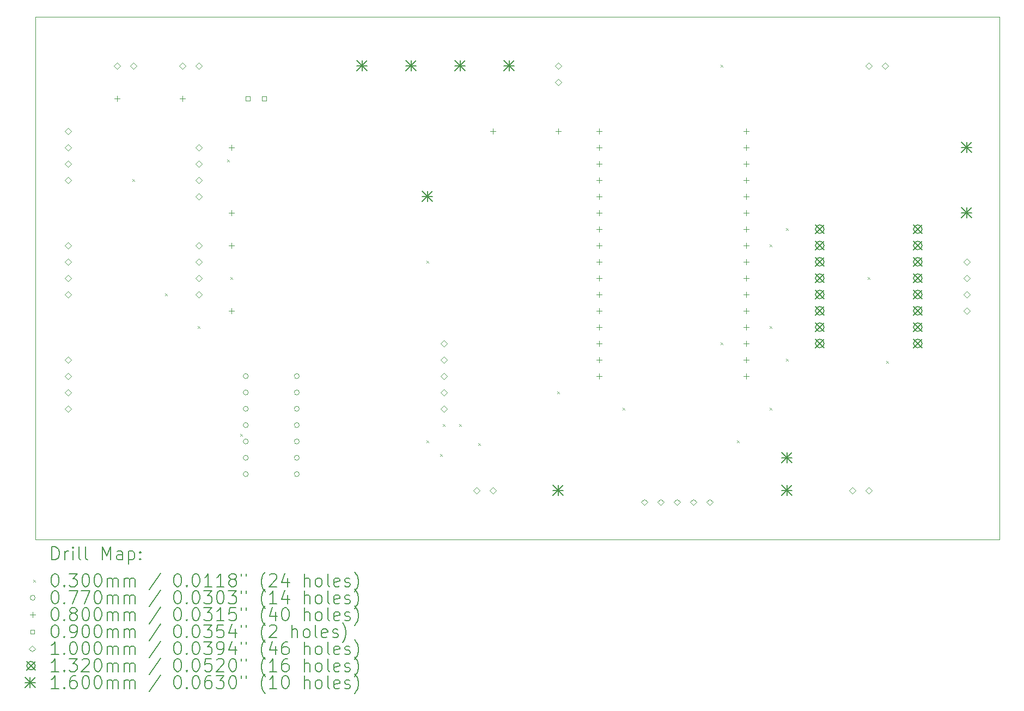
<source format=gbr>
%TF.GenerationSoftware,KiCad,Pcbnew,8.0.7*%
%TF.CreationDate,2025-09-21T15:13:06-04:00*%
%TF.ProjectId,buzzcar_main,62757a7a-6361-4725-9f6d-61696e2e6b69,rev?*%
%TF.SameCoordinates,Original*%
%TF.FileFunction,Drillmap*%
%TF.FilePolarity,Positive*%
%FSLAX45Y45*%
G04 Gerber Fmt 4.5, Leading zero omitted, Abs format (unit mm)*
G04 Created by KiCad (PCBNEW 8.0.7) date 2025-09-21 15:13:06*
%MOMM*%
%LPD*%
G01*
G04 APERTURE LIST*
%ADD10C,0.050000*%
%ADD11C,0.200000*%
%ADD12C,0.100000*%
%ADD13C,0.132000*%
%ADD14C,0.160000*%
G04 APERTURE END LIST*
D10*
X2032000Y-1524000D02*
X17018000Y-1524000D01*
X17018000Y-9652000D01*
X2032000Y-9652000D01*
X2032000Y-1524000D01*
D11*
D12*
X3541000Y-4049000D02*
X3571000Y-4079000D01*
X3571000Y-4049000D02*
X3541000Y-4079000D01*
X4049000Y-5827000D02*
X4079000Y-5857000D01*
X4079000Y-5827000D02*
X4049000Y-5857000D01*
X4557000Y-6335000D02*
X4587000Y-6365000D01*
X4587000Y-6335000D02*
X4557000Y-6365000D01*
X5016700Y-3746700D02*
X5046700Y-3776700D01*
X5046700Y-3746700D02*
X5016700Y-3776700D01*
X5065000Y-5573000D02*
X5095000Y-5603000D01*
X5095000Y-5573000D02*
X5065000Y-5603000D01*
X5219915Y-8013915D02*
X5249915Y-8043915D01*
X5249915Y-8013915D02*
X5219915Y-8043915D01*
X8113000Y-5319000D02*
X8143000Y-5349000D01*
X8143000Y-5319000D02*
X8113000Y-5349000D01*
X8113000Y-8113000D02*
X8143000Y-8143000D01*
X8143000Y-8113000D02*
X8113000Y-8143000D01*
X8324646Y-8324646D02*
X8354646Y-8354646D01*
X8354646Y-8324646D02*
X8324646Y-8354646D01*
X8367000Y-7859000D02*
X8397000Y-7889000D01*
X8397000Y-7859000D02*
X8367000Y-7889000D01*
X8621000Y-7859000D02*
X8651000Y-7889000D01*
X8651000Y-7859000D02*
X8621000Y-7889000D01*
X8917354Y-8155354D02*
X8947354Y-8185354D01*
X8947354Y-8155354D02*
X8917354Y-8185354D01*
X10145000Y-7351000D02*
X10175000Y-7381000D01*
X10175000Y-7351000D02*
X10145000Y-7381000D01*
X11161000Y-7605000D02*
X11191000Y-7635000D01*
X11191000Y-7605000D02*
X11161000Y-7635000D01*
X12685000Y-2271000D02*
X12715000Y-2301000D01*
X12715000Y-2271000D02*
X12685000Y-2301000D01*
X12685000Y-6589000D02*
X12715000Y-6619000D01*
X12715000Y-6589000D02*
X12685000Y-6619000D01*
X12939000Y-8113000D02*
X12969000Y-8143000D01*
X12969000Y-8113000D02*
X12939000Y-8143000D01*
X13447000Y-5065000D02*
X13477000Y-5095000D01*
X13477000Y-5065000D02*
X13447000Y-5095000D01*
X13447000Y-6335000D02*
X13477000Y-6365000D01*
X13477000Y-6335000D02*
X13447000Y-6365000D01*
X13447000Y-7605000D02*
X13477000Y-7635000D01*
X13477000Y-7605000D02*
X13447000Y-7635000D01*
X13701000Y-4811000D02*
X13731000Y-4841000D01*
X13731000Y-4811000D02*
X13701000Y-4841000D01*
X13701000Y-6843000D02*
X13731000Y-6873000D01*
X13731000Y-6843000D02*
X13701000Y-6873000D01*
X14971000Y-5573000D02*
X15001000Y-5603000D01*
X15001000Y-5573000D02*
X14971000Y-5603000D01*
X15260850Y-6878850D02*
X15290850Y-6908850D01*
X15290850Y-6878850D02*
X15260850Y-6908850D01*
X5340500Y-7112000D02*
G75*
G02*
X5263500Y-7112000I-38500J0D01*
G01*
X5263500Y-7112000D02*
G75*
G02*
X5340500Y-7112000I38500J0D01*
G01*
X5340500Y-7366000D02*
G75*
G02*
X5263500Y-7366000I-38500J0D01*
G01*
X5263500Y-7366000D02*
G75*
G02*
X5340500Y-7366000I38500J0D01*
G01*
X5340500Y-7620000D02*
G75*
G02*
X5263500Y-7620000I-38500J0D01*
G01*
X5263500Y-7620000D02*
G75*
G02*
X5340500Y-7620000I38500J0D01*
G01*
X5340500Y-7874000D02*
G75*
G02*
X5263500Y-7874000I-38500J0D01*
G01*
X5263500Y-7874000D02*
G75*
G02*
X5340500Y-7874000I38500J0D01*
G01*
X5340500Y-8128000D02*
G75*
G02*
X5263500Y-8128000I-38500J0D01*
G01*
X5263500Y-8128000D02*
G75*
G02*
X5340500Y-8128000I38500J0D01*
G01*
X5340500Y-8382000D02*
G75*
G02*
X5263500Y-8382000I-38500J0D01*
G01*
X5263500Y-8382000D02*
G75*
G02*
X5340500Y-8382000I38500J0D01*
G01*
X5340500Y-8636000D02*
G75*
G02*
X5263500Y-8636000I-38500J0D01*
G01*
X5263500Y-8636000D02*
G75*
G02*
X5340500Y-8636000I38500J0D01*
G01*
X6134500Y-7112000D02*
G75*
G02*
X6057500Y-7112000I-38500J0D01*
G01*
X6057500Y-7112000D02*
G75*
G02*
X6134500Y-7112000I38500J0D01*
G01*
X6134500Y-7366000D02*
G75*
G02*
X6057500Y-7366000I-38500J0D01*
G01*
X6057500Y-7366000D02*
G75*
G02*
X6134500Y-7366000I38500J0D01*
G01*
X6134500Y-7620000D02*
G75*
G02*
X6057500Y-7620000I-38500J0D01*
G01*
X6057500Y-7620000D02*
G75*
G02*
X6134500Y-7620000I38500J0D01*
G01*
X6134500Y-7874000D02*
G75*
G02*
X6057500Y-7874000I-38500J0D01*
G01*
X6057500Y-7874000D02*
G75*
G02*
X6134500Y-7874000I38500J0D01*
G01*
X6134500Y-8128000D02*
G75*
G02*
X6057500Y-8128000I-38500J0D01*
G01*
X6057500Y-8128000D02*
G75*
G02*
X6134500Y-8128000I38500J0D01*
G01*
X6134500Y-8382000D02*
G75*
G02*
X6057500Y-8382000I-38500J0D01*
G01*
X6057500Y-8382000D02*
G75*
G02*
X6134500Y-8382000I38500J0D01*
G01*
X6134500Y-8636000D02*
G75*
G02*
X6057500Y-8636000I-38500J0D01*
G01*
X6057500Y-8636000D02*
G75*
G02*
X6134500Y-8636000I38500J0D01*
G01*
X3302000Y-2754000D02*
X3302000Y-2834000D01*
X3262000Y-2794000D02*
X3342000Y-2794000D01*
X4318000Y-2754000D02*
X4318000Y-2834000D01*
X4278000Y-2794000D02*
X4358000Y-2794000D01*
X5080000Y-3516000D02*
X5080000Y-3596000D01*
X5040000Y-3556000D02*
X5120000Y-3556000D01*
X5080000Y-4532000D02*
X5080000Y-4612000D01*
X5040000Y-4572000D02*
X5120000Y-4572000D01*
X5080000Y-5040000D02*
X5080000Y-5120000D01*
X5040000Y-5080000D02*
X5120000Y-5080000D01*
X5080000Y-6056000D02*
X5080000Y-6136000D01*
X5040000Y-6096000D02*
X5120000Y-6096000D01*
X9144000Y-3262000D02*
X9144000Y-3342000D01*
X9104000Y-3302000D02*
X9184000Y-3302000D01*
X10160000Y-3262000D02*
X10160000Y-3342000D01*
X10120000Y-3302000D02*
X10200000Y-3302000D01*
X10795000Y-3262000D02*
X10795000Y-3342000D01*
X10755000Y-3302000D02*
X10835000Y-3302000D01*
X10795000Y-3516000D02*
X10795000Y-3596000D01*
X10755000Y-3556000D02*
X10835000Y-3556000D01*
X10795000Y-3770000D02*
X10795000Y-3850000D01*
X10755000Y-3810000D02*
X10835000Y-3810000D01*
X10795000Y-4024000D02*
X10795000Y-4104000D01*
X10755000Y-4064000D02*
X10835000Y-4064000D01*
X10795000Y-4278000D02*
X10795000Y-4358000D01*
X10755000Y-4318000D02*
X10835000Y-4318000D01*
X10795000Y-4532000D02*
X10795000Y-4612000D01*
X10755000Y-4572000D02*
X10835000Y-4572000D01*
X10795000Y-4786000D02*
X10795000Y-4866000D01*
X10755000Y-4826000D02*
X10835000Y-4826000D01*
X10795000Y-5040000D02*
X10795000Y-5120000D01*
X10755000Y-5080000D02*
X10835000Y-5080000D01*
X10795000Y-5294000D02*
X10795000Y-5374000D01*
X10755000Y-5334000D02*
X10835000Y-5334000D01*
X10795000Y-5548000D02*
X10795000Y-5628000D01*
X10755000Y-5588000D02*
X10835000Y-5588000D01*
X10795000Y-5802000D02*
X10795000Y-5882000D01*
X10755000Y-5842000D02*
X10835000Y-5842000D01*
X10795000Y-6056000D02*
X10795000Y-6136000D01*
X10755000Y-6096000D02*
X10835000Y-6096000D01*
X10795000Y-6310000D02*
X10795000Y-6390000D01*
X10755000Y-6350000D02*
X10835000Y-6350000D01*
X10795000Y-6564000D02*
X10795000Y-6644000D01*
X10755000Y-6604000D02*
X10835000Y-6604000D01*
X10795000Y-6818000D02*
X10795000Y-6898000D01*
X10755000Y-6858000D02*
X10835000Y-6858000D01*
X10795000Y-7072000D02*
X10795000Y-7152000D01*
X10755000Y-7112000D02*
X10835000Y-7112000D01*
X13081000Y-3262000D02*
X13081000Y-3342000D01*
X13041000Y-3302000D02*
X13121000Y-3302000D01*
X13081000Y-3516000D02*
X13081000Y-3596000D01*
X13041000Y-3556000D02*
X13121000Y-3556000D01*
X13081000Y-3770000D02*
X13081000Y-3850000D01*
X13041000Y-3810000D02*
X13121000Y-3810000D01*
X13081000Y-4024000D02*
X13081000Y-4104000D01*
X13041000Y-4064000D02*
X13121000Y-4064000D01*
X13081000Y-4278000D02*
X13081000Y-4358000D01*
X13041000Y-4318000D02*
X13121000Y-4318000D01*
X13081000Y-4532000D02*
X13081000Y-4612000D01*
X13041000Y-4572000D02*
X13121000Y-4572000D01*
X13081000Y-4786000D02*
X13081000Y-4866000D01*
X13041000Y-4826000D02*
X13121000Y-4826000D01*
X13081000Y-5040000D02*
X13081000Y-5120000D01*
X13041000Y-5080000D02*
X13121000Y-5080000D01*
X13081000Y-5294000D02*
X13081000Y-5374000D01*
X13041000Y-5334000D02*
X13121000Y-5334000D01*
X13081000Y-5548000D02*
X13081000Y-5628000D01*
X13041000Y-5588000D02*
X13121000Y-5588000D01*
X13081000Y-5802000D02*
X13081000Y-5882000D01*
X13041000Y-5842000D02*
X13121000Y-5842000D01*
X13081000Y-6056000D02*
X13081000Y-6136000D01*
X13041000Y-6096000D02*
X13121000Y-6096000D01*
X13081000Y-6310000D02*
X13081000Y-6390000D01*
X13041000Y-6350000D02*
X13121000Y-6350000D01*
X13081000Y-6564000D02*
X13081000Y-6644000D01*
X13041000Y-6604000D02*
X13121000Y-6604000D01*
X13081000Y-6818000D02*
X13081000Y-6898000D01*
X13041000Y-6858000D02*
X13121000Y-6858000D01*
X13081000Y-7072000D02*
X13081000Y-7152000D01*
X13041000Y-7112000D02*
X13121000Y-7112000D01*
X5365820Y-2825820D02*
X5365820Y-2762180D01*
X5302180Y-2762180D01*
X5302180Y-2825820D01*
X5365820Y-2825820D01*
X5619820Y-2825820D02*
X5619820Y-2762180D01*
X5556180Y-2762180D01*
X5556180Y-2825820D01*
X5619820Y-2825820D01*
X2540000Y-3352000D02*
X2590000Y-3302000D01*
X2540000Y-3252000D01*
X2490000Y-3302000D01*
X2540000Y-3352000D01*
X2540000Y-3606000D02*
X2590000Y-3556000D01*
X2540000Y-3506000D01*
X2490000Y-3556000D01*
X2540000Y-3606000D01*
X2540000Y-3860000D02*
X2590000Y-3810000D01*
X2540000Y-3760000D01*
X2490000Y-3810000D01*
X2540000Y-3860000D01*
X2540000Y-4114000D02*
X2590000Y-4064000D01*
X2540000Y-4014000D01*
X2490000Y-4064000D01*
X2540000Y-4114000D01*
X2540000Y-5130000D02*
X2590000Y-5080000D01*
X2540000Y-5030000D01*
X2490000Y-5080000D01*
X2540000Y-5130000D01*
X2540000Y-5384000D02*
X2590000Y-5334000D01*
X2540000Y-5284000D01*
X2490000Y-5334000D01*
X2540000Y-5384000D01*
X2540000Y-5638000D02*
X2590000Y-5588000D01*
X2540000Y-5538000D01*
X2490000Y-5588000D01*
X2540000Y-5638000D01*
X2540000Y-5892000D02*
X2590000Y-5842000D01*
X2540000Y-5792000D01*
X2490000Y-5842000D01*
X2540000Y-5892000D01*
X2540000Y-6908000D02*
X2590000Y-6858000D01*
X2540000Y-6808000D01*
X2490000Y-6858000D01*
X2540000Y-6908000D01*
X2540000Y-7162000D02*
X2590000Y-7112000D01*
X2540000Y-7062000D01*
X2490000Y-7112000D01*
X2540000Y-7162000D01*
X2540000Y-7416000D02*
X2590000Y-7366000D01*
X2540000Y-7316000D01*
X2490000Y-7366000D01*
X2540000Y-7416000D01*
X2540000Y-7670000D02*
X2590000Y-7620000D01*
X2540000Y-7570000D01*
X2490000Y-7620000D01*
X2540000Y-7670000D01*
X3302000Y-2336000D02*
X3352000Y-2286000D01*
X3302000Y-2236000D01*
X3252000Y-2286000D01*
X3302000Y-2336000D01*
X3556000Y-2336000D02*
X3606000Y-2286000D01*
X3556000Y-2236000D01*
X3506000Y-2286000D01*
X3556000Y-2336000D01*
X4318000Y-2336000D02*
X4368000Y-2286000D01*
X4318000Y-2236000D01*
X4268000Y-2286000D01*
X4318000Y-2336000D01*
X4572000Y-2336000D02*
X4622000Y-2286000D01*
X4572000Y-2236000D01*
X4522000Y-2286000D01*
X4572000Y-2336000D01*
X4572000Y-3606000D02*
X4622000Y-3556000D01*
X4572000Y-3506000D01*
X4522000Y-3556000D01*
X4572000Y-3606000D01*
X4572000Y-3860000D02*
X4622000Y-3810000D01*
X4572000Y-3760000D01*
X4522000Y-3810000D01*
X4572000Y-3860000D01*
X4572000Y-4114000D02*
X4622000Y-4064000D01*
X4572000Y-4014000D01*
X4522000Y-4064000D01*
X4572000Y-4114000D01*
X4572000Y-4368000D02*
X4622000Y-4318000D01*
X4572000Y-4268000D01*
X4522000Y-4318000D01*
X4572000Y-4368000D01*
X4572000Y-5130000D02*
X4622000Y-5080000D01*
X4572000Y-5030000D01*
X4522000Y-5080000D01*
X4572000Y-5130000D01*
X4572000Y-5384000D02*
X4622000Y-5334000D01*
X4572000Y-5284000D01*
X4522000Y-5334000D01*
X4572000Y-5384000D01*
X4572000Y-5638000D02*
X4622000Y-5588000D01*
X4572000Y-5538000D01*
X4522000Y-5588000D01*
X4572000Y-5638000D01*
X4572000Y-5892000D02*
X4622000Y-5842000D01*
X4572000Y-5792000D01*
X4522000Y-5842000D01*
X4572000Y-5892000D01*
X8382000Y-6654000D02*
X8432000Y-6604000D01*
X8382000Y-6554000D01*
X8332000Y-6604000D01*
X8382000Y-6654000D01*
X8382000Y-6908000D02*
X8432000Y-6858000D01*
X8382000Y-6808000D01*
X8332000Y-6858000D01*
X8382000Y-6908000D01*
X8382000Y-7162000D02*
X8432000Y-7112000D01*
X8382000Y-7062000D01*
X8332000Y-7112000D01*
X8382000Y-7162000D01*
X8382000Y-7416000D02*
X8432000Y-7366000D01*
X8382000Y-7316000D01*
X8332000Y-7366000D01*
X8382000Y-7416000D01*
X8382000Y-7670000D02*
X8432000Y-7620000D01*
X8382000Y-7570000D01*
X8332000Y-7620000D01*
X8382000Y-7670000D01*
X8890000Y-8940000D02*
X8940000Y-8890000D01*
X8890000Y-8840000D01*
X8840000Y-8890000D01*
X8890000Y-8940000D01*
X9144000Y-8940000D02*
X9194000Y-8890000D01*
X9144000Y-8840000D01*
X9094000Y-8890000D01*
X9144000Y-8940000D01*
X10160000Y-2336000D02*
X10210000Y-2286000D01*
X10160000Y-2236000D01*
X10110000Y-2286000D01*
X10160000Y-2336000D01*
X10160000Y-2590000D02*
X10210000Y-2540000D01*
X10160000Y-2490000D01*
X10110000Y-2540000D01*
X10160000Y-2590000D01*
X11501500Y-9122500D02*
X11551500Y-9072500D01*
X11501500Y-9022500D01*
X11451500Y-9072500D01*
X11501500Y-9122500D01*
X11755500Y-9122500D02*
X11805500Y-9072500D01*
X11755500Y-9022500D01*
X11705500Y-9072500D01*
X11755500Y-9122500D01*
X12009500Y-9122500D02*
X12059500Y-9072500D01*
X12009500Y-9022500D01*
X11959500Y-9072500D01*
X12009500Y-9122500D01*
X12263500Y-9122500D02*
X12313500Y-9072500D01*
X12263500Y-9022500D01*
X12213500Y-9072500D01*
X12263500Y-9122500D01*
X12517500Y-9122500D02*
X12567500Y-9072500D01*
X12517500Y-9022500D01*
X12467500Y-9072500D01*
X12517500Y-9122500D01*
X14732000Y-8940000D02*
X14782000Y-8890000D01*
X14732000Y-8840000D01*
X14682000Y-8890000D01*
X14732000Y-8940000D01*
X14986000Y-2336000D02*
X15036000Y-2286000D01*
X14986000Y-2236000D01*
X14936000Y-2286000D01*
X14986000Y-2336000D01*
X14986000Y-8940000D02*
X15036000Y-8890000D01*
X14986000Y-8840000D01*
X14936000Y-8890000D01*
X14986000Y-8940000D01*
X15240000Y-2336000D02*
X15290000Y-2286000D01*
X15240000Y-2236000D01*
X15190000Y-2286000D01*
X15240000Y-2336000D01*
X16510000Y-5384000D02*
X16560000Y-5334000D01*
X16510000Y-5284000D01*
X16460000Y-5334000D01*
X16510000Y-5384000D01*
X16510000Y-5638000D02*
X16560000Y-5588000D01*
X16510000Y-5538000D01*
X16460000Y-5588000D01*
X16510000Y-5638000D01*
X16510000Y-5892000D02*
X16560000Y-5842000D01*
X16510000Y-5792000D01*
X16460000Y-5842000D01*
X16510000Y-5892000D01*
X16510000Y-6146000D02*
X16560000Y-6096000D01*
X16510000Y-6046000D01*
X16460000Y-6096000D01*
X16510000Y-6146000D01*
D13*
X14158000Y-4760000D02*
X14290000Y-4892000D01*
X14290000Y-4760000D02*
X14158000Y-4892000D01*
X14290000Y-4826000D02*
G75*
G02*
X14158000Y-4826000I-66000J0D01*
G01*
X14158000Y-4826000D02*
G75*
G02*
X14290000Y-4826000I66000J0D01*
G01*
X14158000Y-5014000D02*
X14290000Y-5146000D01*
X14290000Y-5014000D02*
X14158000Y-5146000D01*
X14290000Y-5080000D02*
G75*
G02*
X14158000Y-5080000I-66000J0D01*
G01*
X14158000Y-5080000D02*
G75*
G02*
X14290000Y-5080000I66000J0D01*
G01*
X14158000Y-5268000D02*
X14290000Y-5400000D01*
X14290000Y-5268000D02*
X14158000Y-5400000D01*
X14290000Y-5334000D02*
G75*
G02*
X14158000Y-5334000I-66000J0D01*
G01*
X14158000Y-5334000D02*
G75*
G02*
X14290000Y-5334000I66000J0D01*
G01*
X14158000Y-5522000D02*
X14290000Y-5654000D01*
X14290000Y-5522000D02*
X14158000Y-5654000D01*
X14290000Y-5588000D02*
G75*
G02*
X14158000Y-5588000I-66000J0D01*
G01*
X14158000Y-5588000D02*
G75*
G02*
X14290000Y-5588000I66000J0D01*
G01*
X14158000Y-5776000D02*
X14290000Y-5908000D01*
X14290000Y-5776000D02*
X14158000Y-5908000D01*
X14290000Y-5842000D02*
G75*
G02*
X14158000Y-5842000I-66000J0D01*
G01*
X14158000Y-5842000D02*
G75*
G02*
X14290000Y-5842000I66000J0D01*
G01*
X14158000Y-6030000D02*
X14290000Y-6162000D01*
X14290000Y-6030000D02*
X14158000Y-6162000D01*
X14290000Y-6096000D02*
G75*
G02*
X14158000Y-6096000I-66000J0D01*
G01*
X14158000Y-6096000D02*
G75*
G02*
X14290000Y-6096000I66000J0D01*
G01*
X14158000Y-6284000D02*
X14290000Y-6416000D01*
X14290000Y-6284000D02*
X14158000Y-6416000D01*
X14290000Y-6350000D02*
G75*
G02*
X14158000Y-6350000I-66000J0D01*
G01*
X14158000Y-6350000D02*
G75*
G02*
X14290000Y-6350000I66000J0D01*
G01*
X14158000Y-6538000D02*
X14290000Y-6670000D01*
X14290000Y-6538000D02*
X14158000Y-6670000D01*
X14290000Y-6604000D02*
G75*
G02*
X14158000Y-6604000I-66000J0D01*
G01*
X14158000Y-6604000D02*
G75*
G02*
X14290000Y-6604000I66000J0D01*
G01*
X15682000Y-4760000D02*
X15814000Y-4892000D01*
X15814000Y-4760000D02*
X15682000Y-4892000D01*
X15814000Y-4826000D02*
G75*
G02*
X15682000Y-4826000I-66000J0D01*
G01*
X15682000Y-4826000D02*
G75*
G02*
X15814000Y-4826000I66000J0D01*
G01*
X15682000Y-5014000D02*
X15814000Y-5146000D01*
X15814000Y-5014000D02*
X15682000Y-5146000D01*
X15814000Y-5080000D02*
G75*
G02*
X15682000Y-5080000I-66000J0D01*
G01*
X15682000Y-5080000D02*
G75*
G02*
X15814000Y-5080000I66000J0D01*
G01*
X15682000Y-5268000D02*
X15814000Y-5400000D01*
X15814000Y-5268000D02*
X15682000Y-5400000D01*
X15814000Y-5334000D02*
G75*
G02*
X15682000Y-5334000I-66000J0D01*
G01*
X15682000Y-5334000D02*
G75*
G02*
X15814000Y-5334000I66000J0D01*
G01*
X15682000Y-5522000D02*
X15814000Y-5654000D01*
X15814000Y-5522000D02*
X15682000Y-5654000D01*
X15814000Y-5588000D02*
G75*
G02*
X15682000Y-5588000I-66000J0D01*
G01*
X15682000Y-5588000D02*
G75*
G02*
X15814000Y-5588000I66000J0D01*
G01*
X15682000Y-5776000D02*
X15814000Y-5908000D01*
X15814000Y-5776000D02*
X15682000Y-5908000D01*
X15814000Y-5842000D02*
G75*
G02*
X15682000Y-5842000I-66000J0D01*
G01*
X15682000Y-5842000D02*
G75*
G02*
X15814000Y-5842000I66000J0D01*
G01*
X15682000Y-6030000D02*
X15814000Y-6162000D01*
X15814000Y-6030000D02*
X15682000Y-6162000D01*
X15814000Y-6096000D02*
G75*
G02*
X15682000Y-6096000I-66000J0D01*
G01*
X15682000Y-6096000D02*
G75*
G02*
X15814000Y-6096000I66000J0D01*
G01*
X15682000Y-6284000D02*
X15814000Y-6416000D01*
X15814000Y-6284000D02*
X15682000Y-6416000D01*
X15814000Y-6350000D02*
G75*
G02*
X15682000Y-6350000I-66000J0D01*
G01*
X15682000Y-6350000D02*
G75*
G02*
X15814000Y-6350000I66000J0D01*
G01*
X15682000Y-6538000D02*
X15814000Y-6670000D01*
X15814000Y-6538000D02*
X15682000Y-6670000D01*
X15814000Y-6604000D02*
G75*
G02*
X15682000Y-6604000I-66000J0D01*
G01*
X15682000Y-6604000D02*
G75*
G02*
X15814000Y-6604000I66000J0D01*
G01*
D14*
X7032000Y-2206000D02*
X7192000Y-2366000D01*
X7192000Y-2206000D02*
X7032000Y-2366000D01*
X7112000Y-2206000D02*
X7112000Y-2366000D01*
X7032000Y-2286000D02*
X7192000Y-2286000D01*
X7794000Y-2206000D02*
X7954000Y-2366000D01*
X7954000Y-2206000D02*
X7794000Y-2366000D01*
X7874000Y-2206000D02*
X7874000Y-2366000D01*
X7794000Y-2286000D02*
X7954000Y-2286000D01*
X8048000Y-4238000D02*
X8208000Y-4398000D01*
X8208000Y-4238000D02*
X8048000Y-4398000D01*
X8128000Y-4238000D02*
X8128000Y-4398000D01*
X8048000Y-4318000D02*
X8208000Y-4318000D01*
X8556000Y-2206000D02*
X8716000Y-2366000D01*
X8716000Y-2206000D02*
X8556000Y-2366000D01*
X8636000Y-2206000D02*
X8636000Y-2366000D01*
X8556000Y-2286000D02*
X8716000Y-2286000D01*
X9318000Y-2206000D02*
X9478000Y-2366000D01*
X9478000Y-2206000D02*
X9318000Y-2366000D01*
X9398000Y-2206000D02*
X9398000Y-2366000D01*
X9318000Y-2286000D02*
X9478000Y-2286000D01*
X10080000Y-8810000D02*
X10240000Y-8970000D01*
X10240000Y-8810000D02*
X10080000Y-8970000D01*
X10160000Y-8810000D02*
X10160000Y-8970000D01*
X10080000Y-8890000D02*
X10240000Y-8890000D01*
X13636000Y-8302000D02*
X13796000Y-8462000D01*
X13796000Y-8302000D02*
X13636000Y-8462000D01*
X13716000Y-8302000D02*
X13716000Y-8462000D01*
X13636000Y-8382000D02*
X13796000Y-8382000D01*
X13636000Y-8810000D02*
X13796000Y-8970000D01*
X13796000Y-8810000D02*
X13636000Y-8970000D01*
X13716000Y-8810000D02*
X13716000Y-8970000D01*
X13636000Y-8890000D02*
X13796000Y-8890000D01*
X16430000Y-3476000D02*
X16590000Y-3636000D01*
X16590000Y-3476000D02*
X16430000Y-3636000D01*
X16510000Y-3476000D02*
X16510000Y-3636000D01*
X16430000Y-3556000D02*
X16590000Y-3556000D01*
X16430000Y-4492000D02*
X16590000Y-4652000D01*
X16590000Y-4492000D02*
X16430000Y-4652000D01*
X16510000Y-4492000D02*
X16510000Y-4652000D01*
X16430000Y-4572000D02*
X16590000Y-4572000D01*
D11*
X2290277Y-9965984D02*
X2290277Y-9765984D01*
X2290277Y-9765984D02*
X2337896Y-9765984D01*
X2337896Y-9765984D02*
X2366467Y-9775508D01*
X2366467Y-9775508D02*
X2385515Y-9794555D01*
X2385515Y-9794555D02*
X2395039Y-9813603D01*
X2395039Y-9813603D02*
X2404563Y-9851698D01*
X2404563Y-9851698D02*
X2404563Y-9880270D01*
X2404563Y-9880270D02*
X2395039Y-9918365D01*
X2395039Y-9918365D02*
X2385515Y-9937412D01*
X2385515Y-9937412D02*
X2366467Y-9956460D01*
X2366467Y-9956460D02*
X2337896Y-9965984D01*
X2337896Y-9965984D02*
X2290277Y-9965984D01*
X2490277Y-9965984D02*
X2490277Y-9832650D01*
X2490277Y-9870746D02*
X2499801Y-9851698D01*
X2499801Y-9851698D02*
X2509324Y-9842174D01*
X2509324Y-9842174D02*
X2528372Y-9832650D01*
X2528372Y-9832650D02*
X2547420Y-9832650D01*
X2614086Y-9965984D02*
X2614086Y-9832650D01*
X2614086Y-9765984D02*
X2604563Y-9775508D01*
X2604563Y-9775508D02*
X2614086Y-9785031D01*
X2614086Y-9785031D02*
X2623610Y-9775508D01*
X2623610Y-9775508D02*
X2614086Y-9765984D01*
X2614086Y-9765984D02*
X2614086Y-9785031D01*
X2737896Y-9965984D02*
X2718848Y-9956460D01*
X2718848Y-9956460D02*
X2709324Y-9937412D01*
X2709324Y-9937412D02*
X2709324Y-9765984D01*
X2842658Y-9965984D02*
X2823610Y-9956460D01*
X2823610Y-9956460D02*
X2814086Y-9937412D01*
X2814086Y-9937412D02*
X2814086Y-9765984D01*
X3071229Y-9965984D02*
X3071229Y-9765984D01*
X3071229Y-9765984D02*
X3137896Y-9908841D01*
X3137896Y-9908841D02*
X3204562Y-9765984D01*
X3204562Y-9765984D02*
X3204562Y-9965984D01*
X3385515Y-9965984D02*
X3385515Y-9861222D01*
X3385515Y-9861222D02*
X3375991Y-9842174D01*
X3375991Y-9842174D02*
X3356943Y-9832650D01*
X3356943Y-9832650D02*
X3318848Y-9832650D01*
X3318848Y-9832650D02*
X3299801Y-9842174D01*
X3385515Y-9956460D02*
X3366467Y-9965984D01*
X3366467Y-9965984D02*
X3318848Y-9965984D01*
X3318848Y-9965984D02*
X3299801Y-9956460D01*
X3299801Y-9956460D02*
X3290277Y-9937412D01*
X3290277Y-9937412D02*
X3290277Y-9918365D01*
X3290277Y-9918365D02*
X3299801Y-9899317D01*
X3299801Y-9899317D02*
X3318848Y-9889793D01*
X3318848Y-9889793D02*
X3366467Y-9889793D01*
X3366467Y-9889793D02*
X3385515Y-9880270D01*
X3480753Y-9832650D02*
X3480753Y-10032650D01*
X3480753Y-9842174D02*
X3499801Y-9832650D01*
X3499801Y-9832650D02*
X3537896Y-9832650D01*
X3537896Y-9832650D02*
X3556943Y-9842174D01*
X3556943Y-9842174D02*
X3566467Y-9851698D01*
X3566467Y-9851698D02*
X3575991Y-9870746D01*
X3575991Y-9870746D02*
X3575991Y-9927889D01*
X3575991Y-9927889D02*
X3566467Y-9946936D01*
X3566467Y-9946936D02*
X3556943Y-9956460D01*
X3556943Y-9956460D02*
X3537896Y-9965984D01*
X3537896Y-9965984D02*
X3499801Y-9965984D01*
X3499801Y-9965984D02*
X3480753Y-9956460D01*
X3661705Y-9946936D02*
X3671229Y-9956460D01*
X3671229Y-9956460D02*
X3661705Y-9965984D01*
X3661705Y-9965984D02*
X3652182Y-9956460D01*
X3652182Y-9956460D02*
X3661705Y-9946936D01*
X3661705Y-9946936D02*
X3661705Y-9965984D01*
X3661705Y-9842174D02*
X3671229Y-9851698D01*
X3671229Y-9851698D02*
X3661705Y-9861222D01*
X3661705Y-9861222D02*
X3652182Y-9851698D01*
X3652182Y-9851698D02*
X3661705Y-9842174D01*
X3661705Y-9842174D02*
X3661705Y-9861222D01*
D12*
X1999500Y-10279500D02*
X2029500Y-10309500D01*
X2029500Y-10279500D02*
X1999500Y-10309500D01*
D11*
X2328372Y-10185984D02*
X2347420Y-10185984D01*
X2347420Y-10185984D02*
X2366467Y-10195508D01*
X2366467Y-10195508D02*
X2375991Y-10205031D01*
X2375991Y-10205031D02*
X2385515Y-10224079D01*
X2385515Y-10224079D02*
X2395039Y-10262174D01*
X2395039Y-10262174D02*
X2395039Y-10309793D01*
X2395039Y-10309793D02*
X2385515Y-10347889D01*
X2385515Y-10347889D02*
X2375991Y-10366936D01*
X2375991Y-10366936D02*
X2366467Y-10376460D01*
X2366467Y-10376460D02*
X2347420Y-10385984D01*
X2347420Y-10385984D02*
X2328372Y-10385984D01*
X2328372Y-10385984D02*
X2309324Y-10376460D01*
X2309324Y-10376460D02*
X2299801Y-10366936D01*
X2299801Y-10366936D02*
X2290277Y-10347889D01*
X2290277Y-10347889D02*
X2280753Y-10309793D01*
X2280753Y-10309793D02*
X2280753Y-10262174D01*
X2280753Y-10262174D02*
X2290277Y-10224079D01*
X2290277Y-10224079D02*
X2299801Y-10205031D01*
X2299801Y-10205031D02*
X2309324Y-10195508D01*
X2309324Y-10195508D02*
X2328372Y-10185984D01*
X2480753Y-10366936D02*
X2490277Y-10376460D01*
X2490277Y-10376460D02*
X2480753Y-10385984D01*
X2480753Y-10385984D02*
X2471229Y-10376460D01*
X2471229Y-10376460D02*
X2480753Y-10366936D01*
X2480753Y-10366936D02*
X2480753Y-10385984D01*
X2556944Y-10185984D02*
X2680753Y-10185984D01*
X2680753Y-10185984D02*
X2614086Y-10262174D01*
X2614086Y-10262174D02*
X2642658Y-10262174D01*
X2642658Y-10262174D02*
X2661705Y-10271698D01*
X2661705Y-10271698D02*
X2671229Y-10281222D01*
X2671229Y-10281222D02*
X2680753Y-10300270D01*
X2680753Y-10300270D02*
X2680753Y-10347889D01*
X2680753Y-10347889D02*
X2671229Y-10366936D01*
X2671229Y-10366936D02*
X2661705Y-10376460D01*
X2661705Y-10376460D02*
X2642658Y-10385984D01*
X2642658Y-10385984D02*
X2585515Y-10385984D01*
X2585515Y-10385984D02*
X2566467Y-10376460D01*
X2566467Y-10376460D02*
X2556944Y-10366936D01*
X2804562Y-10185984D02*
X2823610Y-10185984D01*
X2823610Y-10185984D02*
X2842658Y-10195508D01*
X2842658Y-10195508D02*
X2852182Y-10205031D01*
X2852182Y-10205031D02*
X2861705Y-10224079D01*
X2861705Y-10224079D02*
X2871229Y-10262174D01*
X2871229Y-10262174D02*
X2871229Y-10309793D01*
X2871229Y-10309793D02*
X2861705Y-10347889D01*
X2861705Y-10347889D02*
X2852182Y-10366936D01*
X2852182Y-10366936D02*
X2842658Y-10376460D01*
X2842658Y-10376460D02*
X2823610Y-10385984D01*
X2823610Y-10385984D02*
X2804562Y-10385984D01*
X2804562Y-10385984D02*
X2785515Y-10376460D01*
X2785515Y-10376460D02*
X2775991Y-10366936D01*
X2775991Y-10366936D02*
X2766467Y-10347889D01*
X2766467Y-10347889D02*
X2756944Y-10309793D01*
X2756944Y-10309793D02*
X2756944Y-10262174D01*
X2756944Y-10262174D02*
X2766467Y-10224079D01*
X2766467Y-10224079D02*
X2775991Y-10205031D01*
X2775991Y-10205031D02*
X2785515Y-10195508D01*
X2785515Y-10195508D02*
X2804562Y-10185984D01*
X2995039Y-10185984D02*
X3014086Y-10185984D01*
X3014086Y-10185984D02*
X3033134Y-10195508D01*
X3033134Y-10195508D02*
X3042658Y-10205031D01*
X3042658Y-10205031D02*
X3052182Y-10224079D01*
X3052182Y-10224079D02*
X3061705Y-10262174D01*
X3061705Y-10262174D02*
X3061705Y-10309793D01*
X3061705Y-10309793D02*
X3052182Y-10347889D01*
X3052182Y-10347889D02*
X3042658Y-10366936D01*
X3042658Y-10366936D02*
X3033134Y-10376460D01*
X3033134Y-10376460D02*
X3014086Y-10385984D01*
X3014086Y-10385984D02*
X2995039Y-10385984D01*
X2995039Y-10385984D02*
X2975991Y-10376460D01*
X2975991Y-10376460D02*
X2966467Y-10366936D01*
X2966467Y-10366936D02*
X2956943Y-10347889D01*
X2956943Y-10347889D02*
X2947420Y-10309793D01*
X2947420Y-10309793D02*
X2947420Y-10262174D01*
X2947420Y-10262174D02*
X2956943Y-10224079D01*
X2956943Y-10224079D02*
X2966467Y-10205031D01*
X2966467Y-10205031D02*
X2975991Y-10195508D01*
X2975991Y-10195508D02*
X2995039Y-10185984D01*
X3147420Y-10385984D02*
X3147420Y-10252650D01*
X3147420Y-10271698D02*
X3156943Y-10262174D01*
X3156943Y-10262174D02*
X3175991Y-10252650D01*
X3175991Y-10252650D02*
X3204563Y-10252650D01*
X3204563Y-10252650D02*
X3223610Y-10262174D01*
X3223610Y-10262174D02*
X3233134Y-10281222D01*
X3233134Y-10281222D02*
X3233134Y-10385984D01*
X3233134Y-10281222D02*
X3242658Y-10262174D01*
X3242658Y-10262174D02*
X3261705Y-10252650D01*
X3261705Y-10252650D02*
X3290277Y-10252650D01*
X3290277Y-10252650D02*
X3309324Y-10262174D01*
X3309324Y-10262174D02*
X3318848Y-10281222D01*
X3318848Y-10281222D02*
X3318848Y-10385984D01*
X3414086Y-10385984D02*
X3414086Y-10252650D01*
X3414086Y-10271698D02*
X3423610Y-10262174D01*
X3423610Y-10262174D02*
X3442658Y-10252650D01*
X3442658Y-10252650D02*
X3471229Y-10252650D01*
X3471229Y-10252650D02*
X3490277Y-10262174D01*
X3490277Y-10262174D02*
X3499801Y-10281222D01*
X3499801Y-10281222D02*
X3499801Y-10385984D01*
X3499801Y-10281222D02*
X3509324Y-10262174D01*
X3509324Y-10262174D02*
X3528372Y-10252650D01*
X3528372Y-10252650D02*
X3556943Y-10252650D01*
X3556943Y-10252650D02*
X3575991Y-10262174D01*
X3575991Y-10262174D02*
X3585515Y-10281222D01*
X3585515Y-10281222D02*
X3585515Y-10385984D01*
X3975991Y-10176460D02*
X3804563Y-10433603D01*
X4233134Y-10185984D02*
X4252182Y-10185984D01*
X4252182Y-10185984D02*
X4271229Y-10195508D01*
X4271229Y-10195508D02*
X4280753Y-10205031D01*
X4280753Y-10205031D02*
X4290277Y-10224079D01*
X4290277Y-10224079D02*
X4299801Y-10262174D01*
X4299801Y-10262174D02*
X4299801Y-10309793D01*
X4299801Y-10309793D02*
X4290277Y-10347889D01*
X4290277Y-10347889D02*
X4280753Y-10366936D01*
X4280753Y-10366936D02*
X4271229Y-10376460D01*
X4271229Y-10376460D02*
X4252182Y-10385984D01*
X4252182Y-10385984D02*
X4233134Y-10385984D01*
X4233134Y-10385984D02*
X4214087Y-10376460D01*
X4214087Y-10376460D02*
X4204563Y-10366936D01*
X4204563Y-10366936D02*
X4195039Y-10347889D01*
X4195039Y-10347889D02*
X4185515Y-10309793D01*
X4185515Y-10309793D02*
X4185515Y-10262174D01*
X4185515Y-10262174D02*
X4195039Y-10224079D01*
X4195039Y-10224079D02*
X4204563Y-10205031D01*
X4204563Y-10205031D02*
X4214087Y-10195508D01*
X4214087Y-10195508D02*
X4233134Y-10185984D01*
X4385515Y-10366936D02*
X4395039Y-10376460D01*
X4395039Y-10376460D02*
X4385515Y-10385984D01*
X4385515Y-10385984D02*
X4375991Y-10376460D01*
X4375991Y-10376460D02*
X4385515Y-10366936D01*
X4385515Y-10366936D02*
X4385515Y-10385984D01*
X4518848Y-10185984D02*
X4537896Y-10185984D01*
X4537896Y-10185984D02*
X4556944Y-10195508D01*
X4556944Y-10195508D02*
X4566468Y-10205031D01*
X4566468Y-10205031D02*
X4575991Y-10224079D01*
X4575991Y-10224079D02*
X4585515Y-10262174D01*
X4585515Y-10262174D02*
X4585515Y-10309793D01*
X4585515Y-10309793D02*
X4575991Y-10347889D01*
X4575991Y-10347889D02*
X4566468Y-10366936D01*
X4566468Y-10366936D02*
X4556944Y-10376460D01*
X4556944Y-10376460D02*
X4537896Y-10385984D01*
X4537896Y-10385984D02*
X4518848Y-10385984D01*
X4518848Y-10385984D02*
X4499801Y-10376460D01*
X4499801Y-10376460D02*
X4490277Y-10366936D01*
X4490277Y-10366936D02*
X4480753Y-10347889D01*
X4480753Y-10347889D02*
X4471229Y-10309793D01*
X4471229Y-10309793D02*
X4471229Y-10262174D01*
X4471229Y-10262174D02*
X4480753Y-10224079D01*
X4480753Y-10224079D02*
X4490277Y-10205031D01*
X4490277Y-10205031D02*
X4499801Y-10195508D01*
X4499801Y-10195508D02*
X4518848Y-10185984D01*
X4775991Y-10385984D02*
X4661706Y-10385984D01*
X4718848Y-10385984D02*
X4718848Y-10185984D01*
X4718848Y-10185984D02*
X4699801Y-10214555D01*
X4699801Y-10214555D02*
X4680753Y-10233603D01*
X4680753Y-10233603D02*
X4661706Y-10243127D01*
X4966468Y-10385984D02*
X4852182Y-10385984D01*
X4909325Y-10385984D02*
X4909325Y-10185984D01*
X4909325Y-10185984D02*
X4890277Y-10214555D01*
X4890277Y-10214555D02*
X4871229Y-10233603D01*
X4871229Y-10233603D02*
X4852182Y-10243127D01*
X5080753Y-10271698D02*
X5061706Y-10262174D01*
X5061706Y-10262174D02*
X5052182Y-10252650D01*
X5052182Y-10252650D02*
X5042658Y-10233603D01*
X5042658Y-10233603D02*
X5042658Y-10224079D01*
X5042658Y-10224079D02*
X5052182Y-10205031D01*
X5052182Y-10205031D02*
X5061706Y-10195508D01*
X5061706Y-10195508D02*
X5080753Y-10185984D01*
X5080753Y-10185984D02*
X5118849Y-10185984D01*
X5118849Y-10185984D02*
X5137896Y-10195508D01*
X5137896Y-10195508D02*
X5147420Y-10205031D01*
X5147420Y-10205031D02*
X5156944Y-10224079D01*
X5156944Y-10224079D02*
X5156944Y-10233603D01*
X5156944Y-10233603D02*
X5147420Y-10252650D01*
X5147420Y-10252650D02*
X5137896Y-10262174D01*
X5137896Y-10262174D02*
X5118849Y-10271698D01*
X5118849Y-10271698D02*
X5080753Y-10271698D01*
X5080753Y-10271698D02*
X5061706Y-10281222D01*
X5061706Y-10281222D02*
X5052182Y-10290746D01*
X5052182Y-10290746D02*
X5042658Y-10309793D01*
X5042658Y-10309793D02*
X5042658Y-10347889D01*
X5042658Y-10347889D02*
X5052182Y-10366936D01*
X5052182Y-10366936D02*
X5061706Y-10376460D01*
X5061706Y-10376460D02*
X5080753Y-10385984D01*
X5080753Y-10385984D02*
X5118849Y-10385984D01*
X5118849Y-10385984D02*
X5137896Y-10376460D01*
X5137896Y-10376460D02*
X5147420Y-10366936D01*
X5147420Y-10366936D02*
X5156944Y-10347889D01*
X5156944Y-10347889D02*
X5156944Y-10309793D01*
X5156944Y-10309793D02*
X5147420Y-10290746D01*
X5147420Y-10290746D02*
X5137896Y-10281222D01*
X5137896Y-10281222D02*
X5118849Y-10271698D01*
X5233134Y-10185984D02*
X5233134Y-10224079D01*
X5309325Y-10185984D02*
X5309325Y-10224079D01*
X5604563Y-10462174D02*
X5595039Y-10452650D01*
X5595039Y-10452650D02*
X5575991Y-10424079D01*
X5575991Y-10424079D02*
X5566468Y-10405031D01*
X5566468Y-10405031D02*
X5556944Y-10376460D01*
X5556944Y-10376460D02*
X5547420Y-10328841D01*
X5547420Y-10328841D02*
X5547420Y-10290746D01*
X5547420Y-10290746D02*
X5556944Y-10243127D01*
X5556944Y-10243127D02*
X5566468Y-10214555D01*
X5566468Y-10214555D02*
X5575991Y-10195508D01*
X5575991Y-10195508D02*
X5595039Y-10166936D01*
X5595039Y-10166936D02*
X5604563Y-10157412D01*
X5671229Y-10205031D02*
X5680753Y-10195508D01*
X5680753Y-10195508D02*
X5699801Y-10185984D01*
X5699801Y-10185984D02*
X5747420Y-10185984D01*
X5747420Y-10185984D02*
X5766468Y-10195508D01*
X5766468Y-10195508D02*
X5775991Y-10205031D01*
X5775991Y-10205031D02*
X5785515Y-10224079D01*
X5785515Y-10224079D02*
X5785515Y-10243127D01*
X5785515Y-10243127D02*
X5775991Y-10271698D01*
X5775991Y-10271698D02*
X5661706Y-10385984D01*
X5661706Y-10385984D02*
X5785515Y-10385984D01*
X5956944Y-10252650D02*
X5956944Y-10385984D01*
X5909325Y-10176460D02*
X5861706Y-10319317D01*
X5861706Y-10319317D02*
X5985515Y-10319317D01*
X6214087Y-10385984D02*
X6214087Y-10185984D01*
X6299801Y-10385984D02*
X6299801Y-10281222D01*
X6299801Y-10281222D02*
X6290277Y-10262174D01*
X6290277Y-10262174D02*
X6271230Y-10252650D01*
X6271230Y-10252650D02*
X6242658Y-10252650D01*
X6242658Y-10252650D02*
X6223610Y-10262174D01*
X6223610Y-10262174D02*
X6214087Y-10271698D01*
X6423610Y-10385984D02*
X6404563Y-10376460D01*
X6404563Y-10376460D02*
X6395039Y-10366936D01*
X6395039Y-10366936D02*
X6385515Y-10347889D01*
X6385515Y-10347889D02*
X6385515Y-10290746D01*
X6385515Y-10290746D02*
X6395039Y-10271698D01*
X6395039Y-10271698D02*
X6404563Y-10262174D01*
X6404563Y-10262174D02*
X6423610Y-10252650D01*
X6423610Y-10252650D02*
X6452182Y-10252650D01*
X6452182Y-10252650D02*
X6471230Y-10262174D01*
X6471230Y-10262174D02*
X6480753Y-10271698D01*
X6480753Y-10271698D02*
X6490277Y-10290746D01*
X6490277Y-10290746D02*
X6490277Y-10347889D01*
X6490277Y-10347889D02*
X6480753Y-10366936D01*
X6480753Y-10366936D02*
X6471230Y-10376460D01*
X6471230Y-10376460D02*
X6452182Y-10385984D01*
X6452182Y-10385984D02*
X6423610Y-10385984D01*
X6604563Y-10385984D02*
X6585515Y-10376460D01*
X6585515Y-10376460D02*
X6575991Y-10357412D01*
X6575991Y-10357412D02*
X6575991Y-10185984D01*
X6756944Y-10376460D02*
X6737896Y-10385984D01*
X6737896Y-10385984D02*
X6699801Y-10385984D01*
X6699801Y-10385984D02*
X6680753Y-10376460D01*
X6680753Y-10376460D02*
X6671230Y-10357412D01*
X6671230Y-10357412D02*
X6671230Y-10281222D01*
X6671230Y-10281222D02*
X6680753Y-10262174D01*
X6680753Y-10262174D02*
X6699801Y-10252650D01*
X6699801Y-10252650D02*
X6737896Y-10252650D01*
X6737896Y-10252650D02*
X6756944Y-10262174D01*
X6756944Y-10262174D02*
X6766468Y-10281222D01*
X6766468Y-10281222D02*
X6766468Y-10300270D01*
X6766468Y-10300270D02*
X6671230Y-10319317D01*
X6842658Y-10376460D02*
X6861706Y-10385984D01*
X6861706Y-10385984D02*
X6899801Y-10385984D01*
X6899801Y-10385984D02*
X6918849Y-10376460D01*
X6918849Y-10376460D02*
X6928372Y-10357412D01*
X6928372Y-10357412D02*
X6928372Y-10347889D01*
X6928372Y-10347889D02*
X6918849Y-10328841D01*
X6918849Y-10328841D02*
X6899801Y-10319317D01*
X6899801Y-10319317D02*
X6871230Y-10319317D01*
X6871230Y-10319317D02*
X6852182Y-10309793D01*
X6852182Y-10309793D02*
X6842658Y-10290746D01*
X6842658Y-10290746D02*
X6842658Y-10281222D01*
X6842658Y-10281222D02*
X6852182Y-10262174D01*
X6852182Y-10262174D02*
X6871230Y-10252650D01*
X6871230Y-10252650D02*
X6899801Y-10252650D01*
X6899801Y-10252650D02*
X6918849Y-10262174D01*
X6995039Y-10462174D02*
X7004563Y-10452650D01*
X7004563Y-10452650D02*
X7023611Y-10424079D01*
X7023611Y-10424079D02*
X7033134Y-10405031D01*
X7033134Y-10405031D02*
X7042658Y-10376460D01*
X7042658Y-10376460D02*
X7052182Y-10328841D01*
X7052182Y-10328841D02*
X7052182Y-10290746D01*
X7052182Y-10290746D02*
X7042658Y-10243127D01*
X7042658Y-10243127D02*
X7033134Y-10214555D01*
X7033134Y-10214555D02*
X7023611Y-10195508D01*
X7023611Y-10195508D02*
X7004563Y-10166936D01*
X7004563Y-10166936D02*
X6995039Y-10157412D01*
D12*
X2029500Y-10558500D02*
G75*
G02*
X1952500Y-10558500I-38500J0D01*
G01*
X1952500Y-10558500D02*
G75*
G02*
X2029500Y-10558500I38500J0D01*
G01*
D11*
X2328372Y-10449984D02*
X2347420Y-10449984D01*
X2347420Y-10449984D02*
X2366467Y-10459508D01*
X2366467Y-10459508D02*
X2375991Y-10469031D01*
X2375991Y-10469031D02*
X2385515Y-10488079D01*
X2385515Y-10488079D02*
X2395039Y-10526174D01*
X2395039Y-10526174D02*
X2395039Y-10573793D01*
X2395039Y-10573793D02*
X2385515Y-10611889D01*
X2385515Y-10611889D02*
X2375991Y-10630936D01*
X2375991Y-10630936D02*
X2366467Y-10640460D01*
X2366467Y-10640460D02*
X2347420Y-10649984D01*
X2347420Y-10649984D02*
X2328372Y-10649984D01*
X2328372Y-10649984D02*
X2309324Y-10640460D01*
X2309324Y-10640460D02*
X2299801Y-10630936D01*
X2299801Y-10630936D02*
X2290277Y-10611889D01*
X2290277Y-10611889D02*
X2280753Y-10573793D01*
X2280753Y-10573793D02*
X2280753Y-10526174D01*
X2280753Y-10526174D02*
X2290277Y-10488079D01*
X2290277Y-10488079D02*
X2299801Y-10469031D01*
X2299801Y-10469031D02*
X2309324Y-10459508D01*
X2309324Y-10459508D02*
X2328372Y-10449984D01*
X2480753Y-10630936D02*
X2490277Y-10640460D01*
X2490277Y-10640460D02*
X2480753Y-10649984D01*
X2480753Y-10649984D02*
X2471229Y-10640460D01*
X2471229Y-10640460D02*
X2480753Y-10630936D01*
X2480753Y-10630936D02*
X2480753Y-10649984D01*
X2556944Y-10449984D02*
X2690277Y-10449984D01*
X2690277Y-10449984D02*
X2604563Y-10649984D01*
X2747420Y-10449984D02*
X2880753Y-10449984D01*
X2880753Y-10449984D02*
X2795039Y-10649984D01*
X2995039Y-10449984D02*
X3014086Y-10449984D01*
X3014086Y-10449984D02*
X3033134Y-10459508D01*
X3033134Y-10459508D02*
X3042658Y-10469031D01*
X3042658Y-10469031D02*
X3052182Y-10488079D01*
X3052182Y-10488079D02*
X3061705Y-10526174D01*
X3061705Y-10526174D02*
X3061705Y-10573793D01*
X3061705Y-10573793D02*
X3052182Y-10611889D01*
X3052182Y-10611889D02*
X3042658Y-10630936D01*
X3042658Y-10630936D02*
X3033134Y-10640460D01*
X3033134Y-10640460D02*
X3014086Y-10649984D01*
X3014086Y-10649984D02*
X2995039Y-10649984D01*
X2995039Y-10649984D02*
X2975991Y-10640460D01*
X2975991Y-10640460D02*
X2966467Y-10630936D01*
X2966467Y-10630936D02*
X2956943Y-10611889D01*
X2956943Y-10611889D02*
X2947420Y-10573793D01*
X2947420Y-10573793D02*
X2947420Y-10526174D01*
X2947420Y-10526174D02*
X2956943Y-10488079D01*
X2956943Y-10488079D02*
X2966467Y-10469031D01*
X2966467Y-10469031D02*
X2975991Y-10459508D01*
X2975991Y-10459508D02*
X2995039Y-10449984D01*
X3147420Y-10649984D02*
X3147420Y-10516650D01*
X3147420Y-10535698D02*
X3156943Y-10526174D01*
X3156943Y-10526174D02*
X3175991Y-10516650D01*
X3175991Y-10516650D02*
X3204563Y-10516650D01*
X3204563Y-10516650D02*
X3223610Y-10526174D01*
X3223610Y-10526174D02*
X3233134Y-10545222D01*
X3233134Y-10545222D02*
X3233134Y-10649984D01*
X3233134Y-10545222D02*
X3242658Y-10526174D01*
X3242658Y-10526174D02*
X3261705Y-10516650D01*
X3261705Y-10516650D02*
X3290277Y-10516650D01*
X3290277Y-10516650D02*
X3309324Y-10526174D01*
X3309324Y-10526174D02*
X3318848Y-10545222D01*
X3318848Y-10545222D02*
X3318848Y-10649984D01*
X3414086Y-10649984D02*
X3414086Y-10516650D01*
X3414086Y-10535698D02*
X3423610Y-10526174D01*
X3423610Y-10526174D02*
X3442658Y-10516650D01*
X3442658Y-10516650D02*
X3471229Y-10516650D01*
X3471229Y-10516650D02*
X3490277Y-10526174D01*
X3490277Y-10526174D02*
X3499801Y-10545222D01*
X3499801Y-10545222D02*
X3499801Y-10649984D01*
X3499801Y-10545222D02*
X3509324Y-10526174D01*
X3509324Y-10526174D02*
X3528372Y-10516650D01*
X3528372Y-10516650D02*
X3556943Y-10516650D01*
X3556943Y-10516650D02*
X3575991Y-10526174D01*
X3575991Y-10526174D02*
X3585515Y-10545222D01*
X3585515Y-10545222D02*
X3585515Y-10649984D01*
X3975991Y-10440460D02*
X3804563Y-10697603D01*
X4233134Y-10449984D02*
X4252182Y-10449984D01*
X4252182Y-10449984D02*
X4271229Y-10459508D01*
X4271229Y-10459508D02*
X4280753Y-10469031D01*
X4280753Y-10469031D02*
X4290277Y-10488079D01*
X4290277Y-10488079D02*
X4299801Y-10526174D01*
X4299801Y-10526174D02*
X4299801Y-10573793D01*
X4299801Y-10573793D02*
X4290277Y-10611889D01*
X4290277Y-10611889D02*
X4280753Y-10630936D01*
X4280753Y-10630936D02*
X4271229Y-10640460D01*
X4271229Y-10640460D02*
X4252182Y-10649984D01*
X4252182Y-10649984D02*
X4233134Y-10649984D01*
X4233134Y-10649984D02*
X4214087Y-10640460D01*
X4214087Y-10640460D02*
X4204563Y-10630936D01*
X4204563Y-10630936D02*
X4195039Y-10611889D01*
X4195039Y-10611889D02*
X4185515Y-10573793D01*
X4185515Y-10573793D02*
X4185515Y-10526174D01*
X4185515Y-10526174D02*
X4195039Y-10488079D01*
X4195039Y-10488079D02*
X4204563Y-10469031D01*
X4204563Y-10469031D02*
X4214087Y-10459508D01*
X4214087Y-10459508D02*
X4233134Y-10449984D01*
X4385515Y-10630936D02*
X4395039Y-10640460D01*
X4395039Y-10640460D02*
X4385515Y-10649984D01*
X4385515Y-10649984D02*
X4375991Y-10640460D01*
X4375991Y-10640460D02*
X4385515Y-10630936D01*
X4385515Y-10630936D02*
X4385515Y-10649984D01*
X4518848Y-10449984D02*
X4537896Y-10449984D01*
X4537896Y-10449984D02*
X4556944Y-10459508D01*
X4556944Y-10459508D02*
X4566468Y-10469031D01*
X4566468Y-10469031D02*
X4575991Y-10488079D01*
X4575991Y-10488079D02*
X4585515Y-10526174D01*
X4585515Y-10526174D02*
X4585515Y-10573793D01*
X4585515Y-10573793D02*
X4575991Y-10611889D01*
X4575991Y-10611889D02*
X4566468Y-10630936D01*
X4566468Y-10630936D02*
X4556944Y-10640460D01*
X4556944Y-10640460D02*
X4537896Y-10649984D01*
X4537896Y-10649984D02*
X4518848Y-10649984D01*
X4518848Y-10649984D02*
X4499801Y-10640460D01*
X4499801Y-10640460D02*
X4490277Y-10630936D01*
X4490277Y-10630936D02*
X4480753Y-10611889D01*
X4480753Y-10611889D02*
X4471229Y-10573793D01*
X4471229Y-10573793D02*
X4471229Y-10526174D01*
X4471229Y-10526174D02*
X4480753Y-10488079D01*
X4480753Y-10488079D02*
X4490277Y-10469031D01*
X4490277Y-10469031D02*
X4499801Y-10459508D01*
X4499801Y-10459508D02*
X4518848Y-10449984D01*
X4652182Y-10449984D02*
X4775991Y-10449984D01*
X4775991Y-10449984D02*
X4709325Y-10526174D01*
X4709325Y-10526174D02*
X4737896Y-10526174D01*
X4737896Y-10526174D02*
X4756944Y-10535698D01*
X4756944Y-10535698D02*
X4766468Y-10545222D01*
X4766468Y-10545222D02*
X4775991Y-10564270D01*
X4775991Y-10564270D02*
X4775991Y-10611889D01*
X4775991Y-10611889D02*
X4766468Y-10630936D01*
X4766468Y-10630936D02*
X4756944Y-10640460D01*
X4756944Y-10640460D02*
X4737896Y-10649984D01*
X4737896Y-10649984D02*
X4680753Y-10649984D01*
X4680753Y-10649984D02*
X4661706Y-10640460D01*
X4661706Y-10640460D02*
X4652182Y-10630936D01*
X4899801Y-10449984D02*
X4918849Y-10449984D01*
X4918849Y-10449984D02*
X4937896Y-10459508D01*
X4937896Y-10459508D02*
X4947420Y-10469031D01*
X4947420Y-10469031D02*
X4956944Y-10488079D01*
X4956944Y-10488079D02*
X4966468Y-10526174D01*
X4966468Y-10526174D02*
X4966468Y-10573793D01*
X4966468Y-10573793D02*
X4956944Y-10611889D01*
X4956944Y-10611889D02*
X4947420Y-10630936D01*
X4947420Y-10630936D02*
X4937896Y-10640460D01*
X4937896Y-10640460D02*
X4918849Y-10649984D01*
X4918849Y-10649984D02*
X4899801Y-10649984D01*
X4899801Y-10649984D02*
X4880753Y-10640460D01*
X4880753Y-10640460D02*
X4871229Y-10630936D01*
X4871229Y-10630936D02*
X4861706Y-10611889D01*
X4861706Y-10611889D02*
X4852182Y-10573793D01*
X4852182Y-10573793D02*
X4852182Y-10526174D01*
X4852182Y-10526174D02*
X4861706Y-10488079D01*
X4861706Y-10488079D02*
X4871229Y-10469031D01*
X4871229Y-10469031D02*
X4880753Y-10459508D01*
X4880753Y-10459508D02*
X4899801Y-10449984D01*
X5033134Y-10449984D02*
X5156944Y-10449984D01*
X5156944Y-10449984D02*
X5090277Y-10526174D01*
X5090277Y-10526174D02*
X5118849Y-10526174D01*
X5118849Y-10526174D02*
X5137896Y-10535698D01*
X5137896Y-10535698D02*
X5147420Y-10545222D01*
X5147420Y-10545222D02*
X5156944Y-10564270D01*
X5156944Y-10564270D02*
X5156944Y-10611889D01*
X5156944Y-10611889D02*
X5147420Y-10630936D01*
X5147420Y-10630936D02*
X5137896Y-10640460D01*
X5137896Y-10640460D02*
X5118849Y-10649984D01*
X5118849Y-10649984D02*
X5061706Y-10649984D01*
X5061706Y-10649984D02*
X5042658Y-10640460D01*
X5042658Y-10640460D02*
X5033134Y-10630936D01*
X5233134Y-10449984D02*
X5233134Y-10488079D01*
X5309325Y-10449984D02*
X5309325Y-10488079D01*
X5604563Y-10726174D02*
X5595039Y-10716650D01*
X5595039Y-10716650D02*
X5575991Y-10688079D01*
X5575991Y-10688079D02*
X5566468Y-10669031D01*
X5566468Y-10669031D02*
X5556944Y-10640460D01*
X5556944Y-10640460D02*
X5547420Y-10592841D01*
X5547420Y-10592841D02*
X5547420Y-10554746D01*
X5547420Y-10554746D02*
X5556944Y-10507127D01*
X5556944Y-10507127D02*
X5566468Y-10478555D01*
X5566468Y-10478555D02*
X5575991Y-10459508D01*
X5575991Y-10459508D02*
X5595039Y-10430936D01*
X5595039Y-10430936D02*
X5604563Y-10421412D01*
X5785515Y-10649984D02*
X5671229Y-10649984D01*
X5728372Y-10649984D02*
X5728372Y-10449984D01*
X5728372Y-10449984D02*
X5709325Y-10478555D01*
X5709325Y-10478555D02*
X5690277Y-10497603D01*
X5690277Y-10497603D02*
X5671229Y-10507127D01*
X5956944Y-10516650D02*
X5956944Y-10649984D01*
X5909325Y-10440460D02*
X5861706Y-10583317D01*
X5861706Y-10583317D02*
X5985515Y-10583317D01*
X6214087Y-10649984D02*
X6214087Y-10449984D01*
X6299801Y-10649984D02*
X6299801Y-10545222D01*
X6299801Y-10545222D02*
X6290277Y-10526174D01*
X6290277Y-10526174D02*
X6271230Y-10516650D01*
X6271230Y-10516650D02*
X6242658Y-10516650D01*
X6242658Y-10516650D02*
X6223610Y-10526174D01*
X6223610Y-10526174D02*
X6214087Y-10535698D01*
X6423610Y-10649984D02*
X6404563Y-10640460D01*
X6404563Y-10640460D02*
X6395039Y-10630936D01*
X6395039Y-10630936D02*
X6385515Y-10611889D01*
X6385515Y-10611889D02*
X6385515Y-10554746D01*
X6385515Y-10554746D02*
X6395039Y-10535698D01*
X6395039Y-10535698D02*
X6404563Y-10526174D01*
X6404563Y-10526174D02*
X6423610Y-10516650D01*
X6423610Y-10516650D02*
X6452182Y-10516650D01*
X6452182Y-10516650D02*
X6471230Y-10526174D01*
X6471230Y-10526174D02*
X6480753Y-10535698D01*
X6480753Y-10535698D02*
X6490277Y-10554746D01*
X6490277Y-10554746D02*
X6490277Y-10611889D01*
X6490277Y-10611889D02*
X6480753Y-10630936D01*
X6480753Y-10630936D02*
X6471230Y-10640460D01*
X6471230Y-10640460D02*
X6452182Y-10649984D01*
X6452182Y-10649984D02*
X6423610Y-10649984D01*
X6604563Y-10649984D02*
X6585515Y-10640460D01*
X6585515Y-10640460D02*
X6575991Y-10621412D01*
X6575991Y-10621412D02*
X6575991Y-10449984D01*
X6756944Y-10640460D02*
X6737896Y-10649984D01*
X6737896Y-10649984D02*
X6699801Y-10649984D01*
X6699801Y-10649984D02*
X6680753Y-10640460D01*
X6680753Y-10640460D02*
X6671230Y-10621412D01*
X6671230Y-10621412D02*
X6671230Y-10545222D01*
X6671230Y-10545222D02*
X6680753Y-10526174D01*
X6680753Y-10526174D02*
X6699801Y-10516650D01*
X6699801Y-10516650D02*
X6737896Y-10516650D01*
X6737896Y-10516650D02*
X6756944Y-10526174D01*
X6756944Y-10526174D02*
X6766468Y-10545222D01*
X6766468Y-10545222D02*
X6766468Y-10564270D01*
X6766468Y-10564270D02*
X6671230Y-10583317D01*
X6842658Y-10640460D02*
X6861706Y-10649984D01*
X6861706Y-10649984D02*
X6899801Y-10649984D01*
X6899801Y-10649984D02*
X6918849Y-10640460D01*
X6918849Y-10640460D02*
X6928372Y-10621412D01*
X6928372Y-10621412D02*
X6928372Y-10611889D01*
X6928372Y-10611889D02*
X6918849Y-10592841D01*
X6918849Y-10592841D02*
X6899801Y-10583317D01*
X6899801Y-10583317D02*
X6871230Y-10583317D01*
X6871230Y-10583317D02*
X6852182Y-10573793D01*
X6852182Y-10573793D02*
X6842658Y-10554746D01*
X6842658Y-10554746D02*
X6842658Y-10545222D01*
X6842658Y-10545222D02*
X6852182Y-10526174D01*
X6852182Y-10526174D02*
X6871230Y-10516650D01*
X6871230Y-10516650D02*
X6899801Y-10516650D01*
X6899801Y-10516650D02*
X6918849Y-10526174D01*
X6995039Y-10726174D02*
X7004563Y-10716650D01*
X7004563Y-10716650D02*
X7023611Y-10688079D01*
X7023611Y-10688079D02*
X7033134Y-10669031D01*
X7033134Y-10669031D02*
X7042658Y-10640460D01*
X7042658Y-10640460D02*
X7052182Y-10592841D01*
X7052182Y-10592841D02*
X7052182Y-10554746D01*
X7052182Y-10554746D02*
X7042658Y-10507127D01*
X7042658Y-10507127D02*
X7033134Y-10478555D01*
X7033134Y-10478555D02*
X7023611Y-10459508D01*
X7023611Y-10459508D02*
X7004563Y-10430936D01*
X7004563Y-10430936D02*
X6995039Y-10421412D01*
D12*
X1989500Y-10782500D02*
X1989500Y-10862500D01*
X1949500Y-10822500D02*
X2029500Y-10822500D01*
D11*
X2328372Y-10713984D02*
X2347420Y-10713984D01*
X2347420Y-10713984D02*
X2366467Y-10723508D01*
X2366467Y-10723508D02*
X2375991Y-10733031D01*
X2375991Y-10733031D02*
X2385515Y-10752079D01*
X2385515Y-10752079D02*
X2395039Y-10790174D01*
X2395039Y-10790174D02*
X2395039Y-10837793D01*
X2395039Y-10837793D02*
X2385515Y-10875889D01*
X2385515Y-10875889D02*
X2375991Y-10894936D01*
X2375991Y-10894936D02*
X2366467Y-10904460D01*
X2366467Y-10904460D02*
X2347420Y-10913984D01*
X2347420Y-10913984D02*
X2328372Y-10913984D01*
X2328372Y-10913984D02*
X2309324Y-10904460D01*
X2309324Y-10904460D02*
X2299801Y-10894936D01*
X2299801Y-10894936D02*
X2290277Y-10875889D01*
X2290277Y-10875889D02*
X2280753Y-10837793D01*
X2280753Y-10837793D02*
X2280753Y-10790174D01*
X2280753Y-10790174D02*
X2290277Y-10752079D01*
X2290277Y-10752079D02*
X2299801Y-10733031D01*
X2299801Y-10733031D02*
X2309324Y-10723508D01*
X2309324Y-10723508D02*
X2328372Y-10713984D01*
X2480753Y-10894936D02*
X2490277Y-10904460D01*
X2490277Y-10904460D02*
X2480753Y-10913984D01*
X2480753Y-10913984D02*
X2471229Y-10904460D01*
X2471229Y-10904460D02*
X2480753Y-10894936D01*
X2480753Y-10894936D02*
X2480753Y-10913984D01*
X2604563Y-10799698D02*
X2585515Y-10790174D01*
X2585515Y-10790174D02*
X2575991Y-10780650D01*
X2575991Y-10780650D02*
X2566467Y-10761603D01*
X2566467Y-10761603D02*
X2566467Y-10752079D01*
X2566467Y-10752079D02*
X2575991Y-10733031D01*
X2575991Y-10733031D02*
X2585515Y-10723508D01*
X2585515Y-10723508D02*
X2604563Y-10713984D01*
X2604563Y-10713984D02*
X2642658Y-10713984D01*
X2642658Y-10713984D02*
X2661705Y-10723508D01*
X2661705Y-10723508D02*
X2671229Y-10733031D01*
X2671229Y-10733031D02*
X2680753Y-10752079D01*
X2680753Y-10752079D02*
X2680753Y-10761603D01*
X2680753Y-10761603D02*
X2671229Y-10780650D01*
X2671229Y-10780650D02*
X2661705Y-10790174D01*
X2661705Y-10790174D02*
X2642658Y-10799698D01*
X2642658Y-10799698D02*
X2604563Y-10799698D01*
X2604563Y-10799698D02*
X2585515Y-10809222D01*
X2585515Y-10809222D02*
X2575991Y-10818746D01*
X2575991Y-10818746D02*
X2566467Y-10837793D01*
X2566467Y-10837793D02*
X2566467Y-10875889D01*
X2566467Y-10875889D02*
X2575991Y-10894936D01*
X2575991Y-10894936D02*
X2585515Y-10904460D01*
X2585515Y-10904460D02*
X2604563Y-10913984D01*
X2604563Y-10913984D02*
X2642658Y-10913984D01*
X2642658Y-10913984D02*
X2661705Y-10904460D01*
X2661705Y-10904460D02*
X2671229Y-10894936D01*
X2671229Y-10894936D02*
X2680753Y-10875889D01*
X2680753Y-10875889D02*
X2680753Y-10837793D01*
X2680753Y-10837793D02*
X2671229Y-10818746D01*
X2671229Y-10818746D02*
X2661705Y-10809222D01*
X2661705Y-10809222D02*
X2642658Y-10799698D01*
X2804562Y-10713984D02*
X2823610Y-10713984D01*
X2823610Y-10713984D02*
X2842658Y-10723508D01*
X2842658Y-10723508D02*
X2852182Y-10733031D01*
X2852182Y-10733031D02*
X2861705Y-10752079D01*
X2861705Y-10752079D02*
X2871229Y-10790174D01*
X2871229Y-10790174D02*
X2871229Y-10837793D01*
X2871229Y-10837793D02*
X2861705Y-10875889D01*
X2861705Y-10875889D02*
X2852182Y-10894936D01*
X2852182Y-10894936D02*
X2842658Y-10904460D01*
X2842658Y-10904460D02*
X2823610Y-10913984D01*
X2823610Y-10913984D02*
X2804562Y-10913984D01*
X2804562Y-10913984D02*
X2785515Y-10904460D01*
X2785515Y-10904460D02*
X2775991Y-10894936D01*
X2775991Y-10894936D02*
X2766467Y-10875889D01*
X2766467Y-10875889D02*
X2756944Y-10837793D01*
X2756944Y-10837793D02*
X2756944Y-10790174D01*
X2756944Y-10790174D02*
X2766467Y-10752079D01*
X2766467Y-10752079D02*
X2775991Y-10733031D01*
X2775991Y-10733031D02*
X2785515Y-10723508D01*
X2785515Y-10723508D02*
X2804562Y-10713984D01*
X2995039Y-10713984D02*
X3014086Y-10713984D01*
X3014086Y-10713984D02*
X3033134Y-10723508D01*
X3033134Y-10723508D02*
X3042658Y-10733031D01*
X3042658Y-10733031D02*
X3052182Y-10752079D01*
X3052182Y-10752079D02*
X3061705Y-10790174D01*
X3061705Y-10790174D02*
X3061705Y-10837793D01*
X3061705Y-10837793D02*
X3052182Y-10875889D01*
X3052182Y-10875889D02*
X3042658Y-10894936D01*
X3042658Y-10894936D02*
X3033134Y-10904460D01*
X3033134Y-10904460D02*
X3014086Y-10913984D01*
X3014086Y-10913984D02*
X2995039Y-10913984D01*
X2995039Y-10913984D02*
X2975991Y-10904460D01*
X2975991Y-10904460D02*
X2966467Y-10894936D01*
X2966467Y-10894936D02*
X2956943Y-10875889D01*
X2956943Y-10875889D02*
X2947420Y-10837793D01*
X2947420Y-10837793D02*
X2947420Y-10790174D01*
X2947420Y-10790174D02*
X2956943Y-10752079D01*
X2956943Y-10752079D02*
X2966467Y-10733031D01*
X2966467Y-10733031D02*
X2975991Y-10723508D01*
X2975991Y-10723508D02*
X2995039Y-10713984D01*
X3147420Y-10913984D02*
X3147420Y-10780650D01*
X3147420Y-10799698D02*
X3156943Y-10790174D01*
X3156943Y-10790174D02*
X3175991Y-10780650D01*
X3175991Y-10780650D02*
X3204563Y-10780650D01*
X3204563Y-10780650D02*
X3223610Y-10790174D01*
X3223610Y-10790174D02*
X3233134Y-10809222D01*
X3233134Y-10809222D02*
X3233134Y-10913984D01*
X3233134Y-10809222D02*
X3242658Y-10790174D01*
X3242658Y-10790174D02*
X3261705Y-10780650D01*
X3261705Y-10780650D02*
X3290277Y-10780650D01*
X3290277Y-10780650D02*
X3309324Y-10790174D01*
X3309324Y-10790174D02*
X3318848Y-10809222D01*
X3318848Y-10809222D02*
X3318848Y-10913984D01*
X3414086Y-10913984D02*
X3414086Y-10780650D01*
X3414086Y-10799698D02*
X3423610Y-10790174D01*
X3423610Y-10790174D02*
X3442658Y-10780650D01*
X3442658Y-10780650D02*
X3471229Y-10780650D01*
X3471229Y-10780650D02*
X3490277Y-10790174D01*
X3490277Y-10790174D02*
X3499801Y-10809222D01*
X3499801Y-10809222D02*
X3499801Y-10913984D01*
X3499801Y-10809222D02*
X3509324Y-10790174D01*
X3509324Y-10790174D02*
X3528372Y-10780650D01*
X3528372Y-10780650D02*
X3556943Y-10780650D01*
X3556943Y-10780650D02*
X3575991Y-10790174D01*
X3575991Y-10790174D02*
X3585515Y-10809222D01*
X3585515Y-10809222D02*
X3585515Y-10913984D01*
X3975991Y-10704460D02*
X3804563Y-10961603D01*
X4233134Y-10713984D02*
X4252182Y-10713984D01*
X4252182Y-10713984D02*
X4271229Y-10723508D01*
X4271229Y-10723508D02*
X4280753Y-10733031D01*
X4280753Y-10733031D02*
X4290277Y-10752079D01*
X4290277Y-10752079D02*
X4299801Y-10790174D01*
X4299801Y-10790174D02*
X4299801Y-10837793D01*
X4299801Y-10837793D02*
X4290277Y-10875889D01*
X4290277Y-10875889D02*
X4280753Y-10894936D01*
X4280753Y-10894936D02*
X4271229Y-10904460D01*
X4271229Y-10904460D02*
X4252182Y-10913984D01*
X4252182Y-10913984D02*
X4233134Y-10913984D01*
X4233134Y-10913984D02*
X4214087Y-10904460D01*
X4214087Y-10904460D02*
X4204563Y-10894936D01*
X4204563Y-10894936D02*
X4195039Y-10875889D01*
X4195039Y-10875889D02*
X4185515Y-10837793D01*
X4185515Y-10837793D02*
X4185515Y-10790174D01*
X4185515Y-10790174D02*
X4195039Y-10752079D01*
X4195039Y-10752079D02*
X4204563Y-10733031D01*
X4204563Y-10733031D02*
X4214087Y-10723508D01*
X4214087Y-10723508D02*
X4233134Y-10713984D01*
X4385515Y-10894936D02*
X4395039Y-10904460D01*
X4395039Y-10904460D02*
X4385515Y-10913984D01*
X4385515Y-10913984D02*
X4375991Y-10904460D01*
X4375991Y-10904460D02*
X4385515Y-10894936D01*
X4385515Y-10894936D02*
X4385515Y-10913984D01*
X4518848Y-10713984D02*
X4537896Y-10713984D01*
X4537896Y-10713984D02*
X4556944Y-10723508D01*
X4556944Y-10723508D02*
X4566468Y-10733031D01*
X4566468Y-10733031D02*
X4575991Y-10752079D01*
X4575991Y-10752079D02*
X4585515Y-10790174D01*
X4585515Y-10790174D02*
X4585515Y-10837793D01*
X4585515Y-10837793D02*
X4575991Y-10875889D01*
X4575991Y-10875889D02*
X4566468Y-10894936D01*
X4566468Y-10894936D02*
X4556944Y-10904460D01*
X4556944Y-10904460D02*
X4537896Y-10913984D01*
X4537896Y-10913984D02*
X4518848Y-10913984D01*
X4518848Y-10913984D02*
X4499801Y-10904460D01*
X4499801Y-10904460D02*
X4490277Y-10894936D01*
X4490277Y-10894936D02*
X4480753Y-10875889D01*
X4480753Y-10875889D02*
X4471229Y-10837793D01*
X4471229Y-10837793D02*
X4471229Y-10790174D01*
X4471229Y-10790174D02*
X4480753Y-10752079D01*
X4480753Y-10752079D02*
X4490277Y-10733031D01*
X4490277Y-10733031D02*
X4499801Y-10723508D01*
X4499801Y-10723508D02*
X4518848Y-10713984D01*
X4652182Y-10713984D02*
X4775991Y-10713984D01*
X4775991Y-10713984D02*
X4709325Y-10790174D01*
X4709325Y-10790174D02*
X4737896Y-10790174D01*
X4737896Y-10790174D02*
X4756944Y-10799698D01*
X4756944Y-10799698D02*
X4766468Y-10809222D01*
X4766468Y-10809222D02*
X4775991Y-10828270D01*
X4775991Y-10828270D02*
X4775991Y-10875889D01*
X4775991Y-10875889D02*
X4766468Y-10894936D01*
X4766468Y-10894936D02*
X4756944Y-10904460D01*
X4756944Y-10904460D02*
X4737896Y-10913984D01*
X4737896Y-10913984D02*
X4680753Y-10913984D01*
X4680753Y-10913984D02*
X4661706Y-10904460D01*
X4661706Y-10904460D02*
X4652182Y-10894936D01*
X4966468Y-10913984D02*
X4852182Y-10913984D01*
X4909325Y-10913984D02*
X4909325Y-10713984D01*
X4909325Y-10713984D02*
X4890277Y-10742555D01*
X4890277Y-10742555D02*
X4871229Y-10761603D01*
X4871229Y-10761603D02*
X4852182Y-10771127D01*
X5147420Y-10713984D02*
X5052182Y-10713984D01*
X5052182Y-10713984D02*
X5042658Y-10809222D01*
X5042658Y-10809222D02*
X5052182Y-10799698D01*
X5052182Y-10799698D02*
X5071229Y-10790174D01*
X5071229Y-10790174D02*
X5118849Y-10790174D01*
X5118849Y-10790174D02*
X5137896Y-10799698D01*
X5137896Y-10799698D02*
X5147420Y-10809222D01*
X5147420Y-10809222D02*
X5156944Y-10828270D01*
X5156944Y-10828270D02*
X5156944Y-10875889D01*
X5156944Y-10875889D02*
X5147420Y-10894936D01*
X5147420Y-10894936D02*
X5137896Y-10904460D01*
X5137896Y-10904460D02*
X5118849Y-10913984D01*
X5118849Y-10913984D02*
X5071229Y-10913984D01*
X5071229Y-10913984D02*
X5052182Y-10904460D01*
X5052182Y-10904460D02*
X5042658Y-10894936D01*
X5233134Y-10713984D02*
X5233134Y-10752079D01*
X5309325Y-10713984D02*
X5309325Y-10752079D01*
X5604563Y-10990174D02*
X5595039Y-10980650D01*
X5595039Y-10980650D02*
X5575991Y-10952079D01*
X5575991Y-10952079D02*
X5566468Y-10933031D01*
X5566468Y-10933031D02*
X5556944Y-10904460D01*
X5556944Y-10904460D02*
X5547420Y-10856841D01*
X5547420Y-10856841D02*
X5547420Y-10818746D01*
X5547420Y-10818746D02*
X5556944Y-10771127D01*
X5556944Y-10771127D02*
X5566468Y-10742555D01*
X5566468Y-10742555D02*
X5575991Y-10723508D01*
X5575991Y-10723508D02*
X5595039Y-10694936D01*
X5595039Y-10694936D02*
X5604563Y-10685412D01*
X5766468Y-10780650D02*
X5766468Y-10913984D01*
X5718848Y-10704460D02*
X5671229Y-10847317D01*
X5671229Y-10847317D02*
X5795039Y-10847317D01*
X5909325Y-10713984D02*
X5928372Y-10713984D01*
X5928372Y-10713984D02*
X5947420Y-10723508D01*
X5947420Y-10723508D02*
X5956944Y-10733031D01*
X5956944Y-10733031D02*
X5966468Y-10752079D01*
X5966468Y-10752079D02*
X5975991Y-10790174D01*
X5975991Y-10790174D02*
X5975991Y-10837793D01*
X5975991Y-10837793D02*
X5966468Y-10875889D01*
X5966468Y-10875889D02*
X5956944Y-10894936D01*
X5956944Y-10894936D02*
X5947420Y-10904460D01*
X5947420Y-10904460D02*
X5928372Y-10913984D01*
X5928372Y-10913984D02*
X5909325Y-10913984D01*
X5909325Y-10913984D02*
X5890277Y-10904460D01*
X5890277Y-10904460D02*
X5880753Y-10894936D01*
X5880753Y-10894936D02*
X5871229Y-10875889D01*
X5871229Y-10875889D02*
X5861706Y-10837793D01*
X5861706Y-10837793D02*
X5861706Y-10790174D01*
X5861706Y-10790174D02*
X5871229Y-10752079D01*
X5871229Y-10752079D02*
X5880753Y-10733031D01*
X5880753Y-10733031D02*
X5890277Y-10723508D01*
X5890277Y-10723508D02*
X5909325Y-10713984D01*
X6214087Y-10913984D02*
X6214087Y-10713984D01*
X6299801Y-10913984D02*
X6299801Y-10809222D01*
X6299801Y-10809222D02*
X6290277Y-10790174D01*
X6290277Y-10790174D02*
X6271230Y-10780650D01*
X6271230Y-10780650D02*
X6242658Y-10780650D01*
X6242658Y-10780650D02*
X6223610Y-10790174D01*
X6223610Y-10790174D02*
X6214087Y-10799698D01*
X6423610Y-10913984D02*
X6404563Y-10904460D01*
X6404563Y-10904460D02*
X6395039Y-10894936D01*
X6395039Y-10894936D02*
X6385515Y-10875889D01*
X6385515Y-10875889D02*
X6385515Y-10818746D01*
X6385515Y-10818746D02*
X6395039Y-10799698D01*
X6395039Y-10799698D02*
X6404563Y-10790174D01*
X6404563Y-10790174D02*
X6423610Y-10780650D01*
X6423610Y-10780650D02*
X6452182Y-10780650D01*
X6452182Y-10780650D02*
X6471230Y-10790174D01*
X6471230Y-10790174D02*
X6480753Y-10799698D01*
X6480753Y-10799698D02*
X6490277Y-10818746D01*
X6490277Y-10818746D02*
X6490277Y-10875889D01*
X6490277Y-10875889D02*
X6480753Y-10894936D01*
X6480753Y-10894936D02*
X6471230Y-10904460D01*
X6471230Y-10904460D02*
X6452182Y-10913984D01*
X6452182Y-10913984D02*
X6423610Y-10913984D01*
X6604563Y-10913984D02*
X6585515Y-10904460D01*
X6585515Y-10904460D02*
X6575991Y-10885412D01*
X6575991Y-10885412D02*
X6575991Y-10713984D01*
X6756944Y-10904460D02*
X6737896Y-10913984D01*
X6737896Y-10913984D02*
X6699801Y-10913984D01*
X6699801Y-10913984D02*
X6680753Y-10904460D01*
X6680753Y-10904460D02*
X6671230Y-10885412D01*
X6671230Y-10885412D02*
X6671230Y-10809222D01*
X6671230Y-10809222D02*
X6680753Y-10790174D01*
X6680753Y-10790174D02*
X6699801Y-10780650D01*
X6699801Y-10780650D02*
X6737896Y-10780650D01*
X6737896Y-10780650D02*
X6756944Y-10790174D01*
X6756944Y-10790174D02*
X6766468Y-10809222D01*
X6766468Y-10809222D02*
X6766468Y-10828270D01*
X6766468Y-10828270D02*
X6671230Y-10847317D01*
X6842658Y-10904460D02*
X6861706Y-10913984D01*
X6861706Y-10913984D02*
X6899801Y-10913984D01*
X6899801Y-10913984D02*
X6918849Y-10904460D01*
X6918849Y-10904460D02*
X6928372Y-10885412D01*
X6928372Y-10885412D02*
X6928372Y-10875889D01*
X6928372Y-10875889D02*
X6918849Y-10856841D01*
X6918849Y-10856841D02*
X6899801Y-10847317D01*
X6899801Y-10847317D02*
X6871230Y-10847317D01*
X6871230Y-10847317D02*
X6852182Y-10837793D01*
X6852182Y-10837793D02*
X6842658Y-10818746D01*
X6842658Y-10818746D02*
X6842658Y-10809222D01*
X6842658Y-10809222D02*
X6852182Y-10790174D01*
X6852182Y-10790174D02*
X6871230Y-10780650D01*
X6871230Y-10780650D02*
X6899801Y-10780650D01*
X6899801Y-10780650D02*
X6918849Y-10790174D01*
X6995039Y-10990174D02*
X7004563Y-10980650D01*
X7004563Y-10980650D02*
X7023611Y-10952079D01*
X7023611Y-10952079D02*
X7033134Y-10933031D01*
X7033134Y-10933031D02*
X7042658Y-10904460D01*
X7042658Y-10904460D02*
X7052182Y-10856841D01*
X7052182Y-10856841D02*
X7052182Y-10818746D01*
X7052182Y-10818746D02*
X7042658Y-10771127D01*
X7042658Y-10771127D02*
X7033134Y-10742555D01*
X7033134Y-10742555D02*
X7023611Y-10723508D01*
X7023611Y-10723508D02*
X7004563Y-10694936D01*
X7004563Y-10694936D02*
X6995039Y-10685412D01*
D12*
X2016320Y-11118320D02*
X2016320Y-11054680D01*
X1952680Y-11054680D01*
X1952680Y-11118320D01*
X2016320Y-11118320D01*
D11*
X2328372Y-10977984D02*
X2347420Y-10977984D01*
X2347420Y-10977984D02*
X2366467Y-10987508D01*
X2366467Y-10987508D02*
X2375991Y-10997031D01*
X2375991Y-10997031D02*
X2385515Y-11016079D01*
X2385515Y-11016079D02*
X2395039Y-11054174D01*
X2395039Y-11054174D02*
X2395039Y-11101793D01*
X2395039Y-11101793D02*
X2385515Y-11139889D01*
X2385515Y-11139889D02*
X2375991Y-11158936D01*
X2375991Y-11158936D02*
X2366467Y-11168460D01*
X2366467Y-11168460D02*
X2347420Y-11177984D01*
X2347420Y-11177984D02*
X2328372Y-11177984D01*
X2328372Y-11177984D02*
X2309324Y-11168460D01*
X2309324Y-11168460D02*
X2299801Y-11158936D01*
X2299801Y-11158936D02*
X2290277Y-11139889D01*
X2290277Y-11139889D02*
X2280753Y-11101793D01*
X2280753Y-11101793D02*
X2280753Y-11054174D01*
X2280753Y-11054174D02*
X2290277Y-11016079D01*
X2290277Y-11016079D02*
X2299801Y-10997031D01*
X2299801Y-10997031D02*
X2309324Y-10987508D01*
X2309324Y-10987508D02*
X2328372Y-10977984D01*
X2480753Y-11158936D02*
X2490277Y-11168460D01*
X2490277Y-11168460D02*
X2480753Y-11177984D01*
X2480753Y-11177984D02*
X2471229Y-11168460D01*
X2471229Y-11168460D02*
X2480753Y-11158936D01*
X2480753Y-11158936D02*
X2480753Y-11177984D01*
X2585515Y-11177984D02*
X2623610Y-11177984D01*
X2623610Y-11177984D02*
X2642658Y-11168460D01*
X2642658Y-11168460D02*
X2652182Y-11158936D01*
X2652182Y-11158936D02*
X2671229Y-11130365D01*
X2671229Y-11130365D02*
X2680753Y-11092270D01*
X2680753Y-11092270D02*
X2680753Y-11016079D01*
X2680753Y-11016079D02*
X2671229Y-10997031D01*
X2671229Y-10997031D02*
X2661705Y-10987508D01*
X2661705Y-10987508D02*
X2642658Y-10977984D01*
X2642658Y-10977984D02*
X2604563Y-10977984D01*
X2604563Y-10977984D02*
X2585515Y-10987508D01*
X2585515Y-10987508D02*
X2575991Y-10997031D01*
X2575991Y-10997031D02*
X2566467Y-11016079D01*
X2566467Y-11016079D02*
X2566467Y-11063698D01*
X2566467Y-11063698D02*
X2575991Y-11082746D01*
X2575991Y-11082746D02*
X2585515Y-11092270D01*
X2585515Y-11092270D02*
X2604563Y-11101793D01*
X2604563Y-11101793D02*
X2642658Y-11101793D01*
X2642658Y-11101793D02*
X2661705Y-11092270D01*
X2661705Y-11092270D02*
X2671229Y-11082746D01*
X2671229Y-11082746D02*
X2680753Y-11063698D01*
X2804562Y-10977984D02*
X2823610Y-10977984D01*
X2823610Y-10977984D02*
X2842658Y-10987508D01*
X2842658Y-10987508D02*
X2852182Y-10997031D01*
X2852182Y-10997031D02*
X2861705Y-11016079D01*
X2861705Y-11016079D02*
X2871229Y-11054174D01*
X2871229Y-11054174D02*
X2871229Y-11101793D01*
X2871229Y-11101793D02*
X2861705Y-11139889D01*
X2861705Y-11139889D02*
X2852182Y-11158936D01*
X2852182Y-11158936D02*
X2842658Y-11168460D01*
X2842658Y-11168460D02*
X2823610Y-11177984D01*
X2823610Y-11177984D02*
X2804562Y-11177984D01*
X2804562Y-11177984D02*
X2785515Y-11168460D01*
X2785515Y-11168460D02*
X2775991Y-11158936D01*
X2775991Y-11158936D02*
X2766467Y-11139889D01*
X2766467Y-11139889D02*
X2756944Y-11101793D01*
X2756944Y-11101793D02*
X2756944Y-11054174D01*
X2756944Y-11054174D02*
X2766467Y-11016079D01*
X2766467Y-11016079D02*
X2775991Y-10997031D01*
X2775991Y-10997031D02*
X2785515Y-10987508D01*
X2785515Y-10987508D02*
X2804562Y-10977984D01*
X2995039Y-10977984D02*
X3014086Y-10977984D01*
X3014086Y-10977984D02*
X3033134Y-10987508D01*
X3033134Y-10987508D02*
X3042658Y-10997031D01*
X3042658Y-10997031D02*
X3052182Y-11016079D01*
X3052182Y-11016079D02*
X3061705Y-11054174D01*
X3061705Y-11054174D02*
X3061705Y-11101793D01*
X3061705Y-11101793D02*
X3052182Y-11139889D01*
X3052182Y-11139889D02*
X3042658Y-11158936D01*
X3042658Y-11158936D02*
X3033134Y-11168460D01*
X3033134Y-11168460D02*
X3014086Y-11177984D01*
X3014086Y-11177984D02*
X2995039Y-11177984D01*
X2995039Y-11177984D02*
X2975991Y-11168460D01*
X2975991Y-11168460D02*
X2966467Y-11158936D01*
X2966467Y-11158936D02*
X2956943Y-11139889D01*
X2956943Y-11139889D02*
X2947420Y-11101793D01*
X2947420Y-11101793D02*
X2947420Y-11054174D01*
X2947420Y-11054174D02*
X2956943Y-11016079D01*
X2956943Y-11016079D02*
X2966467Y-10997031D01*
X2966467Y-10997031D02*
X2975991Y-10987508D01*
X2975991Y-10987508D02*
X2995039Y-10977984D01*
X3147420Y-11177984D02*
X3147420Y-11044650D01*
X3147420Y-11063698D02*
X3156943Y-11054174D01*
X3156943Y-11054174D02*
X3175991Y-11044650D01*
X3175991Y-11044650D02*
X3204563Y-11044650D01*
X3204563Y-11044650D02*
X3223610Y-11054174D01*
X3223610Y-11054174D02*
X3233134Y-11073222D01*
X3233134Y-11073222D02*
X3233134Y-11177984D01*
X3233134Y-11073222D02*
X3242658Y-11054174D01*
X3242658Y-11054174D02*
X3261705Y-11044650D01*
X3261705Y-11044650D02*
X3290277Y-11044650D01*
X3290277Y-11044650D02*
X3309324Y-11054174D01*
X3309324Y-11054174D02*
X3318848Y-11073222D01*
X3318848Y-11073222D02*
X3318848Y-11177984D01*
X3414086Y-11177984D02*
X3414086Y-11044650D01*
X3414086Y-11063698D02*
X3423610Y-11054174D01*
X3423610Y-11054174D02*
X3442658Y-11044650D01*
X3442658Y-11044650D02*
X3471229Y-11044650D01*
X3471229Y-11044650D02*
X3490277Y-11054174D01*
X3490277Y-11054174D02*
X3499801Y-11073222D01*
X3499801Y-11073222D02*
X3499801Y-11177984D01*
X3499801Y-11073222D02*
X3509324Y-11054174D01*
X3509324Y-11054174D02*
X3528372Y-11044650D01*
X3528372Y-11044650D02*
X3556943Y-11044650D01*
X3556943Y-11044650D02*
X3575991Y-11054174D01*
X3575991Y-11054174D02*
X3585515Y-11073222D01*
X3585515Y-11073222D02*
X3585515Y-11177984D01*
X3975991Y-10968460D02*
X3804563Y-11225603D01*
X4233134Y-10977984D02*
X4252182Y-10977984D01*
X4252182Y-10977984D02*
X4271229Y-10987508D01*
X4271229Y-10987508D02*
X4280753Y-10997031D01*
X4280753Y-10997031D02*
X4290277Y-11016079D01*
X4290277Y-11016079D02*
X4299801Y-11054174D01*
X4299801Y-11054174D02*
X4299801Y-11101793D01*
X4299801Y-11101793D02*
X4290277Y-11139889D01*
X4290277Y-11139889D02*
X4280753Y-11158936D01*
X4280753Y-11158936D02*
X4271229Y-11168460D01*
X4271229Y-11168460D02*
X4252182Y-11177984D01*
X4252182Y-11177984D02*
X4233134Y-11177984D01*
X4233134Y-11177984D02*
X4214087Y-11168460D01*
X4214087Y-11168460D02*
X4204563Y-11158936D01*
X4204563Y-11158936D02*
X4195039Y-11139889D01*
X4195039Y-11139889D02*
X4185515Y-11101793D01*
X4185515Y-11101793D02*
X4185515Y-11054174D01*
X4185515Y-11054174D02*
X4195039Y-11016079D01*
X4195039Y-11016079D02*
X4204563Y-10997031D01*
X4204563Y-10997031D02*
X4214087Y-10987508D01*
X4214087Y-10987508D02*
X4233134Y-10977984D01*
X4385515Y-11158936D02*
X4395039Y-11168460D01*
X4395039Y-11168460D02*
X4385515Y-11177984D01*
X4385515Y-11177984D02*
X4375991Y-11168460D01*
X4375991Y-11168460D02*
X4385515Y-11158936D01*
X4385515Y-11158936D02*
X4385515Y-11177984D01*
X4518848Y-10977984D02*
X4537896Y-10977984D01*
X4537896Y-10977984D02*
X4556944Y-10987508D01*
X4556944Y-10987508D02*
X4566468Y-10997031D01*
X4566468Y-10997031D02*
X4575991Y-11016079D01*
X4575991Y-11016079D02*
X4585515Y-11054174D01*
X4585515Y-11054174D02*
X4585515Y-11101793D01*
X4585515Y-11101793D02*
X4575991Y-11139889D01*
X4575991Y-11139889D02*
X4566468Y-11158936D01*
X4566468Y-11158936D02*
X4556944Y-11168460D01*
X4556944Y-11168460D02*
X4537896Y-11177984D01*
X4537896Y-11177984D02*
X4518848Y-11177984D01*
X4518848Y-11177984D02*
X4499801Y-11168460D01*
X4499801Y-11168460D02*
X4490277Y-11158936D01*
X4490277Y-11158936D02*
X4480753Y-11139889D01*
X4480753Y-11139889D02*
X4471229Y-11101793D01*
X4471229Y-11101793D02*
X4471229Y-11054174D01*
X4471229Y-11054174D02*
X4480753Y-11016079D01*
X4480753Y-11016079D02*
X4490277Y-10997031D01*
X4490277Y-10997031D02*
X4499801Y-10987508D01*
X4499801Y-10987508D02*
X4518848Y-10977984D01*
X4652182Y-10977984D02*
X4775991Y-10977984D01*
X4775991Y-10977984D02*
X4709325Y-11054174D01*
X4709325Y-11054174D02*
X4737896Y-11054174D01*
X4737896Y-11054174D02*
X4756944Y-11063698D01*
X4756944Y-11063698D02*
X4766468Y-11073222D01*
X4766468Y-11073222D02*
X4775991Y-11092270D01*
X4775991Y-11092270D02*
X4775991Y-11139889D01*
X4775991Y-11139889D02*
X4766468Y-11158936D01*
X4766468Y-11158936D02*
X4756944Y-11168460D01*
X4756944Y-11168460D02*
X4737896Y-11177984D01*
X4737896Y-11177984D02*
X4680753Y-11177984D01*
X4680753Y-11177984D02*
X4661706Y-11168460D01*
X4661706Y-11168460D02*
X4652182Y-11158936D01*
X4956944Y-10977984D02*
X4861706Y-10977984D01*
X4861706Y-10977984D02*
X4852182Y-11073222D01*
X4852182Y-11073222D02*
X4861706Y-11063698D01*
X4861706Y-11063698D02*
X4880753Y-11054174D01*
X4880753Y-11054174D02*
X4928372Y-11054174D01*
X4928372Y-11054174D02*
X4947420Y-11063698D01*
X4947420Y-11063698D02*
X4956944Y-11073222D01*
X4956944Y-11073222D02*
X4966468Y-11092270D01*
X4966468Y-11092270D02*
X4966468Y-11139889D01*
X4966468Y-11139889D02*
X4956944Y-11158936D01*
X4956944Y-11158936D02*
X4947420Y-11168460D01*
X4947420Y-11168460D02*
X4928372Y-11177984D01*
X4928372Y-11177984D02*
X4880753Y-11177984D01*
X4880753Y-11177984D02*
X4861706Y-11168460D01*
X4861706Y-11168460D02*
X4852182Y-11158936D01*
X5137896Y-11044650D02*
X5137896Y-11177984D01*
X5090277Y-10968460D02*
X5042658Y-11111317D01*
X5042658Y-11111317D02*
X5166468Y-11111317D01*
X5233134Y-10977984D02*
X5233134Y-11016079D01*
X5309325Y-10977984D02*
X5309325Y-11016079D01*
X5604563Y-11254174D02*
X5595039Y-11244650D01*
X5595039Y-11244650D02*
X5575991Y-11216079D01*
X5575991Y-11216079D02*
X5566468Y-11197031D01*
X5566468Y-11197031D02*
X5556944Y-11168460D01*
X5556944Y-11168460D02*
X5547420Y-11120841D01*
X5547420Y-11120841D02*
X5547420Y-11082746D01*
X5547420Y-11082746D02*
X5556944Y-11035127D01*
X5556944Y-11035127D02*
X5566468Y-11006555D01*
X5566468Y-11006555D02*
X5575991Y-10987508D01*
X5575991Y-10987508D02*
X5595039Y-10958936D01*
X5595039Y-10958936D02*
X5604563Y-10949412D01*
X5671229Y-10997031D02*
X5680753Y-10987508D01*
X5680753Y-10987508D02*
X5699801Y-10977984D01*
X5699801Y-10977984D02*
X5747420Y-10977984D01*
X5747420Y-10977984D02*
X5766468Y-10987508D01*
X5766468Y-10987508D02*
X5775991Y-10997031D01*
X5775991Y-10997031D02*
X5785515Y-11016079D01*
X5785515Y-11016079D02*
X5785515Y-11035127D01*
X5785515Y-11035127D02*
X5775991Y-11063698D01*
X5775991Y-11063698D02*
X5661706Y-11177984D01*
X5661706Y-11177984D02*
X5785515Y-11177984D01*
X6023610Y-11177984D02*
X6023610Y-10977984D01*
X6109325Y-11177984D02*
X6109325Y-11073222D01*
X6109325Y-11073222D02*
X6099801Y-11054174D01*
X6099801Y-11054174D02*
X6080753Y-11044650D01*
X6080753Y-11044650D02*
X6052182Y-11044650D01*
X6052182Y-11044650D02*
X6033134Y-11054174D01*
X6033134Y-11054174D02*
X6023610Y-11063698D01*
X6233134Y-11177984D02*
X6214087Y-11168460D01*
X6214087Y-11168460D02*
X6204563Y-11158936D01*
X6204563Y-11158936D02*
X6195039Y-11139889D01*
X6195039Y-11139889D02*
X6195039Y-11082746D01*
X6195039Y-11082746D02*
X6204563Y-11063698D01*
X6204563Y-11063698D02*
X6214087Y-11054174D01*
X6214087Y-11054174D02*
X6233134Y-11044650D01*
X6233134Y-11044650D02*
X6261706Y-11044650D01*
X6261706Y-11044650D02*
X6280753Y-11054174D01*
X6280753Y-11054174D02*
X6290277Y-11063698D01*
X6290277Y-11063698D02*
X6299801Y-11082746D01*
X6299801Y-11082746D02*
X6299801Y-11139889D01*
X6299801Y-11139889D02*
X6290277Y-11158936D01*
X6290277Y-11158936D02*
X6280753Y-11168460D01*
X6280753Y-11168460D02*
X6261706Y-11177984D01*
X6261706Y-11177984D02*
X6233134Y-11177984D01*
X6414087Y-11177984D02*
X6395039Y-11168460D01*
X6395039Y-11168460D02*
X6385515Y-11149412D01*
X6385515Y-11149412D02*
X6385515Y-10977984D01*
X6566468Y-11168460D02*
X6547420Y-11177984D01*
X6547420Y-11177984D02*
X6509325Y-11177984D01*
X6509325Y-11177984D02*
X6490277Y-11168460D01*
X6490277Y-11168460D02*
X6480753Y-11149412D01*
X6480753Y-11149412D02*
X6480753Y-11073222D01*
X6480753Y-11073222D02*
X6490277Y-11054174D01*
X6490277Y-11054174D02*
X6509325Y-11044650D01*
X6509325Y-11044650D02*
X6547420Y-11044650D01*
X6547420Y-11044650D02*
X6566468Y-11054174D01*
X6566468Y-11054174D02*
X6575991Y-11073222D01*
X6575991Y-11073222D02*
X6575991Y-11092270D01*
X6575991Y-11092270D02*
X6480753Y-11111317D01*
X6652182Y-11168460D02*
X6671230Y-11177984D01*
X6671230Y-11177984D02*
X6709325Y-11177984D01*
X6709325Y-11177984D02*
X6728372Y-11168460D01*
X6728372Y-11168460D02*
X6737896Y-11149412D01*
X6737896Y-11149412D02*
X6737896Y-11139889D01*
X6737896Y-11139889D02*
X6728372Y-11120841D01*
X6728372Y-11120841D02*
X6709325Y-11111317D01*
X6709325Y-11111317D02*
X6680753Y-11111317D01*
X6680753Y-11111317D02*
X6661706Y-11101793D01*
X6661706Y-11101793D02*
X6652182Y-11082746D01*
X6652182Y-11082746D02*
X6652182Y-11073222D01*
X6652182Y-11073222D02*
X6661706Y-11054174D01*
X6661706Y-11054174D02*
X6680753Y-11044650D01*
X6680753Y-11044650D02*
X6709325Y-11044650D01*
X6709325Y-11044650D02*
X6728372Y-11054174D01*
X6804563Y-11254174D02*
X6814087Y-11244650D01*
X6814087Y-11244650D02*
X6833134Y-11216079D01*
X6833134Y-11216079D02*
X6842658Y-11197031D01*
X6842658Y-11197031D02*
X6852182Y-11168460D01*
X6852182Y-11168460D02*
X6861706Y-11120841D01*
X6861706Y-11120841D02*
X6861706Y-11082746D01*
X6861706Y-11082746D02*
X6852182Y-11035127D01*
X6852182Y-11035127D02*
X6842658Y-11006555D01*
X6842658Y-11006555D02*
X6833134Y-10987508D01*
X6833134Y-10987508D02*
X6814087Y-10958936D01*
X6814087Y-10958936D02*
X6804563Y-10949412D01*
D12*
X1979500Y-11400500D02*
X2029500Y-11350500D01*
X1979500Y-11300500D01*
X1929500Y-11350500D01*
X1979500Y-11400500D01*
D11*
X2395039Y-11441984D02*
X2280753Y-11441984D01*
X2337896Y-11441984D02*
X2337896Y-11241984D01*
X2337896Y-11241984D02*
X2318848Y-11270555D01*
X2318848Y-11270555D02*
X2299801Y-11289603D01*
X2299801Y-11289603D02*
X2280753Y-11299127D01*
X2480753Y-11422936D02*
X2490277Y-11432460D01*
X2490277Y-11432460D02*
X2480753Y-11441984D01*
X2480753Y-11441984D02*
X2471229Y-11432460D01*
X2471229Y-11432460D02*
X2480753Y-11422936D01*
X2480753Y-11422936D02*
X2480753Y-11441984D01*
X2614086Y-11241984D02*
X2633134Y-11241984D01*
X2633134Y-11241984D02*
X2652182Y-11251508D01*
X2652182Y-11251508D02*
X2661705Y-11261031D01*
X2661705Y-11261031D02*
X2671229Y-11280079D01*
X2671229Y-11280079D02*
X2680753Y-11318174D01*
X2680753Y-11318174D02*
X2680753Y-11365793D01*
X2680753Y-11365793D02*
X2671229Y-11403888D01*
X2671229Y-11403888D02*
X2661705Y-11422936D01*
X2661705Y-11422936D02*
X2652182Y-11432460D01*
X2652182Y-11432460D02*
X2633134Y-11441984D01*
X2633134Y-11441984D02*
X2614086Y-11441984D01*
X2614086Y-11441984D02*
X2595039Y-11432460D01*
X2595039Y-11432460D02*
X2585515Y-11422936D01*
X2585515Y-11422936D02*
X2575991Y-11403888D01*
X2575991Y-11403888D02*
X2566467Y-11365793D01*
X2566467Y-11365793D02*
X2566467Y-11318174D01*
X2566467Y-11318174D02*
X2575991Y-11280079D01*
X2575991Y-11280079D02*
X2585515Y-11261031D01*
X2585515Y-11261031D02*
X2595039Y-11251508D01*
X2595039Y-11251508D02*
X2614086Y-11241984D01*
X2804562Y-11241984D02*
X2823610Y-11241984D01*
X2823610Y-11241984D02*
X2842658Y-11251508D01*
X2842658Y-11251508D02*
X2852182Y-11261031D01*
X2852182Y-11261031D02*
X2861705Y-11280079D01*
X2861705Y-11280079D02*
X2871229Y-11318174D01*
X2871229Y-11318174D02*
X2871229Y-11365793D01*
X2871229Y-11365793D02*
X2861705Y-11403888D01*
X2861705Y-11403888D02*
X2852182Y-11422936D01*
X2852182Y-11422936D02*
X2842658Y-11432460D01*
X2842658Y-11432460D02*
X2823610Y-11441984D01*
X2823610Y-11441984D02*
X2804562Y-11441984D01*
X2804562Y-11441984D02*
X2785515Y-11432460D01*
X2785515Y-11432460D02*
X2775991Y-11422936D01*
X2775991Y-11422936D02*
X2766467Y-11403888D01*
X2766467Y-11403888D02*
X2756944Y-11365793D01*
X2756944Y-11365793D02*
X2756944Y-11318174D01*
X2756944Y-11318174D02*
X2766467Y-11280079D01*
X2766467Y-11280079D02*
X2775991Y-11261031D01*
X2775991Y-11261031D02*
X2785515Y-11251508D01*
X2785515Y-11251508D02*
X2804562Y-11241984D01*
X2995039Y-11241984D02*
X3014086Y-11241984D01*
X3014086Y-11241984D02*
X3033134Y-11251508D01*
X3033134Y-11251508D02*
X3042658Y-11261031D01*
X3042658Y-11261031D02*
X3052182Y-11280079D01*
X3052182Y-11280079D02*
X3061705Y-11318174D01*
X3061705Y-11318174D02*
X3061705Y-11365793D01*
X3061705Y-11365793D02*
X3052182Y-11403888D01*
X3052182Y-11403888D02*
X3042658Y-11422936D01*
X3042658Y-11422936D02*
X3033134Y-11432460D01*
X3033134Y-11432460D02*
X3014086Y-11441984D01*
X3014086Y-11441984D02*
X2995039Y-11441984D01*
X2995039Y-11441984D02*
X2975991Y-11432460D01*
X2975991Y-11432460D02*
X2966467Y-11422936D01*
X2966467Y-11422936D02*
X2956943Y-11403888D01*
X2956943Y-11403888D02*
X2947420Y-11365793D01*
X2947420Y-11365793D02*
X2947420Y-11318174D01*
X2947420Y-11318174D02*
X2956943Y-11280079D01*
X2956943Y-11280079D02*
X2966467Y-11261031D01*
X2966467Y-11261031D02*
X2975991Y-11251508D01*
X2975991Y-11251508D02*
X2995039Y-11241984D01*
X3147420Y-11441984D02*
X3147420Y-11308650D01*
X3147420Y-11327698D02*
X3156943Y-11318174D01*
X3156943Y-11318174D02*
X3175991Y-11308650D01*
X3175991Y-11308650D02*
X3204563Y-11308650D01*
X3204563Y-11308650D02*
X3223610Y-11318174D01*
X3223610Y-11318174D02*
X3233134Y-11337222D01*
X3233134Y-11337222D02*
X3233134Y-11441984D01*
X3233134Y-11337222D02*
X3242658Y-11318174D01*
X3242658Y-11318174D02*
X3261705Y-11308650D01*
X3261705Y-11308650D02*
X3290277Y-11308650D01*
X3290277Y-11308650D02*
X3309324Y-11318174D01*
X3309324Y-11318174D02*
X3318848Y-11337222D01*
X3318848Y-11337222D02*
X3318848Y-11441984D01*
X3414086Y-11441984D02*
X3414086Y-11308650D01*
X3414086Y-11327698D02*
X3423610Y-11318174D01*
X3423610Y-11318174D02*
X3442658Y-11308650D01*
X3442658Y-11308650D02*
X3471229Y-11308650D01*
X3471229Y-11308650D02*
X3490277Y-11318174D01*
X3490277Y-11318174D02*
X3499801Y-11337222D01*
X3499801Y-11337222D02*
X3499801Y-11441984D01*
X3499801Y-11337222D02*
X3509324Y-11318174D01*
X3509324Y-11318174D02*
X3528372Y-11308650D01*
X3528372Y-11308650D02*
X3556943Y-11308650D01*
X3556943Y-11308650D02*
X3575991Y-11318174D01*
X3575991Y-11318174D02*
X3585515Y-11337222D01*
X3585515Y-11337222D02*
X3585515Y-11441984D01*
X3975991Y-11232460D02*
X3804563Y-11489603D01*
X4233134Y-11241984D02*
X4252182Y-11241984D01*
X4252182Y-11241984D02*
X4271229Y-11251508D01*
X4271229Y-11251508D02*
X4280753Y-11261031D01*
X4280753Y-11261031D02*
X4290277Y-11280079D01*
X4290277Y-11280079D02*
X4299801Y-11318174D01*
X4299801Y-11318174D02*
X4299801Y-11365793D01*
X4299801Y-11365793D02*
X4290277Y-11403888D01*
X4290277Y-11403888D02*
X4280753Y-11422936D01*
X4280753Y-11422936D02*
X4271229Y-11432460D01*
X4271229Y-11432460D02*
X4252182Y-11441984D01*
X4252182Y-11441984D02*
X4233134Y-11441984D01*
X4233134Y-11441984D02*
X4214087Y-11432460D01*
X4214087Y-11432460D02*
X4204563Y-11422936D01*
X4204563Y-11422936D02*
X4195039Y-11403888D01*
X4195039Y-11403888D02*
X4185515Y-11365793D01*
X4185515Y-11365793D02*
X4185515Y-11318174D01*
X4185515Y-11318174D02*
X4195039Y-11280079D01*
X4195039Y-11280079D02*
X4204563Y-11261031D01*
X4204563Y-11261031D02*
X4214087Y-11251508D01*
X4214087Y-11251508D02*
X4233134Y-11241984D01*
X4385515Y-11422936D02*
X4395039Y-11432460D01*
X4395039Y-11432460D02*
X4385515Y-11441984D01*
X4385515Y-11441984D02*
X4375991Y-11432460D01*
X4375991Y-11432460D02*
X4385515Y-11422936D01*
X4385515Y-11422936D02*
X4385515Y-11441984D01*
X4518848Y-11241984D02*
X4537896Y-11241984D01*
X4537896Y-11241984D02*
X4556944Y-11251508D01*
X4556944Y-11251508D02*
X4566468Y-11261031D01*
X4566468Y-11261031D02*
X4575991Y-11280079D01*
X4575991Y-11280079D02*
X4585515Y-11318174D01*
X4585515Y-11318174D02*
X4585515Y-11365793D01*
X4585515Y-11365793D02*
X4575991Y-11403888D01*
X4575991Y-11403888D02*
X4566468Y-11422936D01*
X4566468Y-11422936D02*
X4556944Y-11432460D01*
X4556944Y-11432460D02*
X4537896Y-11441984D01*
X4537896Y-11441984D02*
X4518848Y-11441984D01*
X4518848Y-11441984D02*
X4499801Y-11432460D01*
X4499801Y-11432460D02*
X4490277Y-11422936D01*
X4490277Y-11422936D02*
X4480753Y-11403888D01*
X4480753Y-11403888D02*
X4471229Y-11365793D01*
X4471229Y-11365793D02*
X4471229Y-11318174D01*
X4471229Y-11318174D02*
X4480753Y-11280079D01*
X4480753Y-11280079D02*
X4490277Y-11261031D01*
X4490277Y-11261031D02*
X4499801Y-11251508D01*
X4499801Y-11251508D02*
X4518848Y-11241984D01*
X4652182Y-11241984D02*
X4775991Y-11241984D01*
X4775991Y-11241984D02*
X4709325Y-11318174D01*
X4709325Y-11318174D02*
X4737896Y-11318174D01*
X4737896Y-11318174D02*
X4756944Y-11327698D01*
X4756944Y-11327698D02*
X4766468Y-11337222D01*
X4766468Y-11337222D02*
X4775991Y-11356269D01*
X4775991Y-11356269D02*
X4775991Y-11403888D01*
X4775991Y-11403888D02*
X4766468Y-11422936D01*
X4766468Y-11422936D02*
X4756944Y-11432460D01*
X4756944Y-11432460D02*
X4737896Y-11441984D01*
X4737896Y-11441984D02*
X4680753Y-11441984D01*
X4680753Y-11441984D02*
X4661706Y-11432460D01*
X4661706Y-11432460D02*
X4652182Y-11422936D01*
X4871229Y-11441984D02*
X4909325Y-11441984D01*
X4909325Y-11441984D02*
X4928372Y-11432460D01*
X4928372Y-11432460D02*
X4937896Y-11422936D01*
X4937896Y-11422936D02*
X4956944Y-11394365D01*
X4956944Y-11394365D02*
X4966468Y-11356269D01*
X4966468Y-11356269D02*
X4966468Y-11280079D01*
X4966468Y-11280079D02*
X4956944Y-11261031D01*
X4956944Y-11261031D02*
X4947420Y-11251508D01*
X4947420Y-11251508D02*
X4928372Y-11241984D01*
X4928372Y-11241984D02*
X4890277Y-11241984D01*
X4890277Y-11241984D02*
X4871229Y-11251508D01*
X4871229Y-11251508D02*
X4861706Y-11261031D01*
X4861706Y-11261031D02*
X4852182Y-11280079D01*
X4852182Y-11280079D02*
X4852182Y-11327698D01*
X4852182Y-11327698D02*
X4861706Y-11346746D01*
X4861706Y-11346746D02*
X4871229Y-11356269D01*
X4871229Y-11356269D02*
X4890277Y-11365793D01*
X4890277Y-11365793D02*
X4928372Y-11365793D01*
X4928372Y-11365793D02*
X4947420Y-11356269D01*
X4947420Y-11356269D02*
X4956944Y-11346746D01*
X4956944Y-11346746D02*
X4966468Y-11327698D01*
X5137896Y-11308650D02*
X5137896Y-11441984D01*
X5090277Y-11232460D02*
X5042658Y-11375317D01*
X5042658Y-11375317D02*
X5166468Y-11375317D01*
X5233134Y-11241984D02*
X5233134Y-11280079D01*
X5309325Y-11241984D02*
X5309325Y-11280079D01*
X5604563Y-11518174D02*
X5595039Y-11508650D01*
X5595039Y-11508650D02*
X5575991Y-11480079D01*
X5575991Y-11480079D02*
X5566468Y-11461031D01*
X5566468Y-11461031D02*
X5556944Y-11432460D01*
X5556944Y-11432460D02*
X5547420Y-11384841D01*
X5547420Y-11384841D02*
X5547420Y-11346746D01*
X5547420Y-11346746D02*
X5556944Y-11299127D01*
X5556944Y-11299127D02*
X5566468Y-11270555D01*
X5566468Y-11270555D02*
X5575991Y-11251508D01*
X5575991Y-11251508D02*
X5595039Y-11222936D01*
X5595039Y-11222936D02*
X5604563Y-11213412D01*
X5766468Y-11308650D02*
X5766468Y-11441984D01*
X5718848Y-11232460D02*
X5671229Y-11375317D01*
X5671229Y-11375317D02*
X5795039Y-11375317D01*
X5956944Y-11241984D02*
X5918848Y-11241984D01*
X5918848Y-11241984D02*
X5899801Y-11251508D01*
X5899801Y-11251508D02*
X5890277Y-11261031D01*
X5890277Y-11261031D02*
X5871229Y-11289603D01*
X5871229Y-11289603D02*
X5861706Y-11327698D01*
X5861706Y-11327698D02*
X5861706Y-11403888D01*
X5861706Y-11403888D02*
X5871229Y-11422936D01*
X5871229Y-11422936D02*
X5880753Y-11432460D01*
X5880753Y-11432460D02*
X5899801Y-11441984D01*
X5899801Y-11441984D02*
X5937896Y-11441984D01*
X5937896Y-11441984D02*
X5956944Y-11432460D01*
X5956944Y-11432460D02*
X5966468Y-11422936D01*
X5966468Y-11422936D02*
X5975991Y-11403888D01*
X5975991Y-11403888D02*
X5975991Y-11356269D01*
X5975991Y-11356269D02*
X5966468Y-11337222D01*
X5966468Y-11337222D02*
X5956944Y-11327698D01*
X5956944Y-11327698D02*
X5937896Y-11318174D01*
X5937896Y-11318174D02*
X5899801Y-11318174D01*
X5899801Y-11318174D02*
X5880753Y-11327698D01*
X5880753Y-11327698D02*
X5871229Y-11337222D01*
X5871229Y-11337222D02*
X5861706Y-11356269D01*
X6214087Y-11441984D02*
X6214087Y-11241984D01*
X6299801Y-11441984D02*
X6299801Y-11337222D01*
X6299801Y-11337222D02*
X6290277Y-11318174D01*
X6290277Y-11318174D02*
X6271230Y-11308650D01*
X6271230Y-11308650D02*
X6242658Y-11308650D01*
X6242658Y-11308650D02*
X6223610Y-11318174D01*
X6223610Y-11318174D02*
X6214087Y-11327698D01*
X6423610Y-11441984D02*
X6404563Y-11432460D01*
X6404563Y-11432460D02*
X6395039Y-11422936D01*
X6395039Y-11422936D02*
X6385515Y-11403888D01*
X6385515Y-11403888D02*
X6385515Y-11346746D01*
X6385515Y-11346746D02*
X6395039Y-11327698D01*
X6395039Y-11327698D02*
X6404563Y-11318174D01*
X6404563Y-11318174D02*
X6423610Y-11308650D01*
X6423610Y-11308650D02*
X6452182Y-11308650D01*
X6452182Y-11308650D02*
X6471230Y-11318174D01*
X6471230Y-11318174D02*
X6480753Y-11327698D01*
X6480753Y-11327698D02*
X6490277Y-11346746D01*
X6490277Y-11346746D02*
X6490277Y-11403888D01*
X6490277Y-11403888D02*
X6480753Y-11422936D01*
X6480753Y-11422936D02*
X6471230Y-11432460D01*
X6471230Y-11432460D02*
X6452182Y-11441984D01*
X6452182Y-11441984D02*
X6423610Y-11441984D01*
X6604563Y-11441984D02*
X6585515Y-11432460D01*
X6585515Y-11432460D02*
X6575991Y-11413412D01*
X6575991Y-11413412D02*
X6575991Y-11241984D01*
X6756944Y-11432460D02*
X6737896Y-11441984D01*
X6737896Y-11441984D02*
X6699801Y-11441984D01*
X6699801Y-11441984D02*
X6680753Y-11432460D01*
X6680753Y-11432460D02*
X6671230Y-11413412D01*
X6671230Y-11413412D02*
X6671230Y-11337222D01*
X6671230Y-11337222D02*
X6680753Y-11318174D01*
X6680753Y-11318174D02*
X6699801Y-11308650D01*
X6699801Y-11308650D02*
X6737896Y-11308650D01*
X6737896Y-11308650D02*
X6756944Y-11318174D01*
X6756944Y-11318174D02*
X6766468Y-11337222D01*
X6766468Y-11337222D02*
X6766468Y-11356269D01*
X6766468Y-11356269D02*
X6671230Y-11375317D01*
X6842658Y-11432460D02*
X6861706Y-11441984D01*
X6861706Y-11441984D02*
X6899801Y-11441984D01*
X6899801Y-11441984D02*
X6918849Y-11432460D01*
X6918849Y-11432460D02*
X6928372Y-11413412D01*
X6928372Y-11413412D02*
X6928372Y-11403888D01*
X6928372Y-11403888D02*
X6918849Y-11384841D01*
X6918849Y-11384841D02*
X6899801Y-11375317D01*
X6899801Y-11375317D02*
X6871230Y-11375317D01*
X6871230Y-11375317D02*
X6852182Y-11365793D01*
X6852182Y-11365793D02*
X6842658Y-11346746D01*
X6842658Y-11346746D02*
X6842658Y-11337222D01*
X6842658Y-11337222D02*
X6852182Y-11318174D01*
X6852182Y-11318174D02*
X6871230Y-11308650D01*
X6871230Y-11308650D02*
X6899801Y-11308650D01*
X6899801Y-11308650D02*
X6918849Y-11318174D01*
X6995039Y-11518174D02*
X7004563Y-11508650D01*
X7004563Y-11508650D02*
X7023611Y-11480079D01*
X7023611Y-11480079D02*
X7033134Y-11461031D01*
X7033134Y-11461031D02*
X7042658Y-11432460D01*
X7042658Y-11432460D02*
X7052182Y-11384841D01*
X7052182Y-11384841D02*
X7052182Y-11346746D01*
X7052182Y-11346746D02*
X7042658Y-11299127D01*
X7042658Y-11299127D02*
X7033134Y-11270555D01*
X7033134Y-11270555D02*
X7023611Y-11251508D01*
X7023611Y-11251508D02*
X7004563Y-11222936D01*
X7004563Y-11222936D02*
X6995039Y-11213412D01*
D13*
X1897500Y-11548500D02*
X2029500Y-11680500D01*
X2029500Y-11548500D02*
X1897500Y-11680500D01*
X2029500Y-11614500D02*
G75*
G02*
X1897500Y-11614500I-66000J0D01*
G01*
X1897500Y-11614500D02*
G75*
G02*
X2029500Y-11614500I66000J0D01*
G01*
D11*
X2395039Y-11705984D02*
X2280753Y-11705984D01*
X2337896Y-11705984D02*
X2337896Y-11505984D01*
X2337896Y-11505984D02*
X2318848Y-11534555D01*
X2318848Y-11534555D02*
X2299801Y-11553603D01*
X2299801Y-11553603D02*
X2280753Y-11563127D01*
X2480753Y-11686936D02*
X2490277Y-11696460D01*
X2490277Y-11696460D02*
X2480753Y-11705984D01*
X2480753Y-11705984D02*
X2471229Y-11696460D01*
X2471229Y-11696460D02*
X2480753Y-11686936D01*
X2480753Y-11686936D02*
X2480753Y-11705984D01*
X2556944Y-11505984D02*
X2680753Y-11505984D01*
X2680753Y-11505984D02*
X2614086Y-11582174D01*
X2614086Y-11582174D02*
X2642658Y-11582174D01*
X2642658Y-11582174D02*
X2661705Y-11591698D01*
X2661705Y-11591698D02*
X2671229Y-11601222D01*
X2671229Y-11601222D02*
X2680753Y-11620269D01*
X2680753Y-11620269D02*
X2680753Y-11667888D01*
X2680753Y-11667888D02*
X2671229Y-11686936D01*
X2671229Y-11686936D02*
X2661705Y-11696460D01*
X2661705Y-11696460D02*
X2642658Y-11705984D01*
X2642658Y-11705984D02*
X2585515Y-11705984D01*
X2585515Y-11705984D02*
X2566467Y-11696460D01*
X2566467Y-11696460D02*
X2556944Y-11686936D01*
X2756944Y-11525031D02*
X2766467Y-11515508D01*
X2766467Y-11515508D02*
X2785515Y-11505984D01*
X2785515Y-11505984D02*
X2833134Y-11505984D01*
X2833134Y-11505984D02*
X2852182Y-11515508D01*
X2852182Y-11515508D02*
X2861705Y-11525031D01*
X2861705Y-11525031D02*
X2871229Y-11544079D01*
X2871229Y-11544079D02*
X2871229Y-11563127D01*
X2871229Y-11563127D02*
X2861705Y-11591698D01*
X2861705Y-11591698D02*
X2747420Y-11705984D01*
X2747420Y-11705984D02*
X2871229Y-11705984D01*
X2995039Y-11505984D02*
X3014086Y-11505984D01*
X3014086Y-11505984D02*
X3033134Y-11515508D01*
X3033134Y-11515508D02*
X3042658Y-11525031D01*
X3042658Y-11525031D02*
X3052182Y-11544079D01*
X3052182Y-11544079D02*
X3061705Y-11582174D01*
X3061705Y-11582174D02*
X3061705Y-11629793D01*
X3061705Y-11629793D02*
X3052182Y-11667888D01*
X3052182Y-11667888D02*
X3042658Y-11686936D01*
X3042658Y-11686936D02*
X3033134Y-11696460D01*
X3033134Y-11696460D02*
X3014086Y-11705984D01*
X3014086Y-11705984D02*
X2995039Y-11705984D01*
X2995039Y-11705984D02*
X2975991Y-11696460D01*
X2975991Y-11696460D02*
X2966467Y-11686936D01*
X2966467Y-11686936D02*
X2956943Y-11667888D01*
X2956943Y-11667888D02*
X2947420Y-11629793D01*
X2947420Y-11629793D02*
X2947420Y-11582174D01*
X2947420Y-11582174D02*
X2956943Y-11544079D01*
X2956943Y-11544079D02*
X2966467Y-11525031D01*
X2966467Y-11525031D02*
X2975991Y-11515508D01*
X2975991Y-11515508D02*
X2995039Y-11505984D01*
X3147420Y-11705984D02*
X3147420Y-11572650D01*
X3147420Y-11591698D02*
X3156943Y-11582174D01*
X3156943Y-11582174D02*
X3175991Y-11572650D01*
X3175991Y-11572650D02*
X3204563Y-11572650D01*
X3204563Y-11572650D02*
X3223610Y-11582174D01*
X3223610Y-11582174D02*
X3233134Y-11601222D01*
X3233134Y-11601222D02*
X3233134Y-11705984D01*
X3233134Y-11601222D02*
X3242658Y-11582174D01*
X3242658Y-11582174D02*
X3261705Y-11572650D01*
X3261705Y-11572650D02*
X3290277Y-11572650D01*
X3290277Y-11572650D02*
X3309324Y-11582174D01*
X3309324Y-11582174D02*
X3318848Y-11601222D01*
X3318848Y-11601222D02*
X3318848Y-11705984D01*
X3414086Y-11705984D02*
X3414086Y-11572650D01*
X3414086Y-11591698D02*
X3423610Y-11582174D01*
X3423610Y-11582174D02*
X3442658Y-11572650D01*
X3442658Y-11572650D02*
X3471229Y-11572650D01*
X3471229Y-11572650D02*
X3490277Y-11582174D01*
X3490277Y-11582174D02*
X3499801Y-11601222D01*
X3499801Y-11601222D02*
X3499801Y-11705984D01*
X3499801Y-11601222D02*
X3509324Y-11582174D01*
X3509324Y-11582174D02*
X3528372Y-11572650D01*
X3528372Y-11572650D02*
X3556943Y-11572650D01*
X3556943Y-11572650D02*
X3575991Y-11582174D01*
X3575991Y-11582174D02*
X3585515Y-11601222D01*
X3585515Y-11601222D02*
X3585515Y-11705984D01*
X3975991Y-11496460D02*
X3804563Y-11753603D01*
X4233134Y-11505984D02*
X4252182Y-11505984D01*
X4252182Y-11505984D02*
X4271229Y-11515508D01*
X4271229Y-11515508D02*
X4280753Y-11525031D01*
X4280753Y-11525031D02*
X4290277Y-11544079D01*
X4290277Y-11544079D02*
X4299801Y-11582174D01*
X4299801Y-11582174D02*
X4299801Y-11629793D01*
X4299801Y-11629793D02*
X4290277Y-11667888D01*
X4290277Y-11667888D02*
X4280753Y-11686936D01*
X4280753Y-11686936D02*
X4271229Y-11696460D01*
X4271229Y-11696460D02*
X4252182Y-11705984D01*
X4252182Y-11705984D02*
X4233134Y-11705984D01*
X4233134Y-11705984D02*
X4214087Y-11696460D01*
X4214087Y-11696460D02*
X4204563Y-11686936D01*
X4204563Y-11686936D02*
X4195039Y-11667888D01*
X4195039Y-11667888D02*
X4185515Y-11629793D01*
X4185515Y-11629793D02*
X4185515Y-11582174D01*
X4185515Y-11582174D02*
X4195039Y-11544079D01*
X4195039Y-11544079D02*
X4204563Y-11525031D01*
X4204563Y-11525031D02*
X4214087Y-11515508D01*
X4214087Y-11515508D02*
X4233134Y-11505984D01*
X4385515Y-11686936D02*
X4395039Y-11696460D01*
X4395039Y-11696460D02*
X4385515Y-11705984D01*
X4385515Y-11705984D02*
X4375991Y-11696460D01*
X4375991Y-11696460D02*
X4385515Y-11686936D01*
X4385515Y-11686936D02*
X4385515Y-11705984D01*
X4518848Y-11505984D02*
X4537896Y-11505984D01*
X4537896Y-11505984D02*
X4556944Y-11515508D01*
X4556944Y-11515508D02*
X4566468Y-11525031D01*
X4566468Y-11525031D02*
X4575991Y-11544079D01*
X4575991Y-11544079D02*
X4585515Y-11582174D01*
X4585515Y-11582174D02*
X4585515Y-11629793D01*
X4585515Y-11629793D02*
X4575991Y-11667888D01*
X4575991Y-11667888D02*
X4566468Y-11686936D01*
X4566468Y-11686936D02*
X4556944Y-11696460D01*
X4556944Y-11696460D02*
X4537896Y-11705984D01*
X4537896Y-11705984D02*
X4518848Y-11705984D01*
X4518848Y-11705984D02*
X4499801Y-11696460D01*
X4499801Y-11696460D02*
X4490277Y-11686936D01*
X4490277Y-11686936D02*
X4480753Y-11667888D01*
X4480753Y-11667888D02*
X4471229Y-11629793D01*
X4471229Y-11629793D02*
X4471229Y-11582174D01*
X4471229Y-11582174D02*
X4480753Y-11544079D01*
X4480753Y-11544079D02*
X4490277Y-11525031D01*
X4490277Y-11525031D02*
X4499801Y-11515508D01*
X4499801Y-11515508D02*
X4518848Y-11505984D01*
X4766468Y-11505984D02*
X4671229Y-11505984D01*
X4671229Y-11505984D02*
X4661706Y-11601222D01*
X4661706Y-11601222D02*
X4671229Y-11591698D01*
X4671229Y-11591698D02*
X4690277Y-11582174D01*
X4690277Y-11582174D02*
X4737896Y-11582174D01*
X4737896Y-11582174D02*
X4756944Y-11591698D01*
X4756944Y-11591698D02*
X4766468Y-11601222D01*
X4766468Y-11601222D02*
X4775991Y-11620269D01*
X4775991Y-11620269D02*
X4775991Y-11667888D01*
X4775991Y-11667888D02*
X4766468Y-11686936D01*
X4766468Y-11686936D02*
X4756944Y-11696460D01*
X4756944Y-11696460D02*
X4737896Y-11705984D01*
X4737896Y-11705984D02*
X4690277Y-11705984D01*
X4690277Y-11705984D02*
X4671229Y-11696460D01*
X4671229Y-11696460D02*
X4661706Y-11686936D01*
X4852182Y-11525031D02*
X4861706Y-11515508D01*
X4861706Y-11515508D02*
X4880753Y-11505984D01*
X4880753Y-11505984D02*
X4928372Y-11505984D01*
X4928372Y-11505984D02*
X4947420Y-11515508D01*
X4947420Y-11515508D02*
X4956944Y-11525031D01*
X4956944Y-11525031D02*
X4966468Y-11544079D01*
X4966468Y-11544079D02*
X4966468Y-11563127D01*
X4966468Y-11563127D02*
X4956944Y-11591698D01*
X4956944Y-11591698D02*
X4842658Y-11705984D01*
X4842658Y-11705984D02*
X4966468Y-11705984D01*
X5090277Y-11505984D02*
X5109325Y-11505984D01*
X5109325Y-11505984D02*
X5128372Y-11515508D01*
X5128372Y-11515508D02*
X5137896Y-11525031D01*
X5137896Y-11525031D02*
X5147420Y-11544079D01*
X5147420Y-11544079D02*
X5156944Y-11582174D01*
X5156944Y-11582174D02*
X5156944Y-11629793D01*
X5156944Y-11629793D02*
X5147420Y-11667888D01*
X5147420Y-11667888D02*
X5137896Y-11686936D01*
X5137896Y-11686936D02*
X5128372Y-11696460D01*
X5128372Y-11696460D02*
X5109325Y-11705984D01*
X5109325Y-11705984D02*
X5090277Y-11705984D01*
X5090277Y-11705984D02*
X5071229Y-11696460D01*
X5071229Y-11696460D02*
X5061706Y-11686936D01*
X5061706Y-11686936D02*
X5052182Y-11667888D01*
X5052182Y-11667888D02*
X5042658Y-11629793D01*
X5042658Y-11629793D02*
X5042658Y-11582174D01*
X5042658Y-11582174D02*
X5052182Y-11544079D01*
X5052182Y-11544079D02*
X5061706Y-11525031D01*
X5061706Y-11525031D02*
X5071229Y-11515508D01*
X5071229Y-11515508D02*
X5090277Y-11505984D01*
X5233134Y-11505984D02*
X5233134Y-11544079D01*
X5309325Y-11505984D02*
X5309325Y-11544079D01*
X5604563Y-11782174D02*
X5595039Y-11772650D01*
X5595039Y-11772650D02*
X5575991Y-11744079D01*
X5575991Y-11744079D02*
X5566468Y-11725031D01*
X5566468Y-11725031D02*
X5556944Y-11696460D01*
X5556944Y-11696460D02*
X5547420Y-11648841D01*
X5547420Y-11648841D02*
X5547420Y-11610746D01*
X5547420Y-11610746D02*
X5556944Y-11563127D01*
X5556944Y-11563127D02*
X5566468Y-11534555D01*
X5566468Y-11534555D02*
X5575991Y-11515508D01*
X5575991Y-11515508D02*
X5595039Y-11486936D01*
X5595039Y-11486936D02*
X5604563Y-11477412D01*
X5785515Y-11705984D02*
X5671229Y-11705984D01*
X5728372Y-11705984D02*
X5728372Y-11505984D01*
X5728372Y-11505984D02*
X5709325Y-11534555D01*
X5709325Y-11534555D02*
X5690277Y-11553603D01*
X5690277Y-11553603D02*
X5671229Y-11563127D01*
X5956944Y-11505984D02*
X5918848Y-11505984D01*
X5918848Y-11505984D02*
X5899801Y-11515508D01*
X5899801Y-11515508D02*
X5890277Y-11525031D01*
X5890277Y-11525031D02*
X5871229Y-11553603D01*
X5871229Y-11553603D02*
X5861706Y-11591698D01*
X5861706Y-11591698D02*
X5861706Y-11667888D01*
X5861706Y-11667888D02*
X5871229Y-11686936D01*
X5871229Y-11686936D02*
X5880753Y-11696460D01*
X5880753Y-11696460D02*
X5899801Y-11705984D01*
X5899801Y-11705984D02*
X5937896Y-11705984D01*
X5937896Y-11705984D02*
X5956944Y-11696460D01*
X5956944Y-11696460D02*
X5966468Y-11686936D01*
X5966468Y-11686936D02*
X5975991Y-11667888D01*
X5975991Y-11667888D02*
X5975991Y-11620269D01*
X5975991Y-11620269D02*
X5966468Y-11601222D01*
X5966468Y-11601222D02*
X5956944Y-11591698D01*
X5956944Y-11591698D02*
X5937896Y-11582174D01*
X5937896Y-11582174D02*
X5899801Y-11582174D01*
X5899801Y-11582174D02*
X5880753Y-11591698D01*
X5880753Y-11591698D02*
X5871229Y-11601222D01*
X5871229Y-11601222D02*
X5861706Y-11620269D01*
X6214087Y-11705984D02*
X6214087Y-11505984D01*
X6299801Y-11705984D02*
X6299801Y-11601222D01*
X6299801Y-11601222D02*
X6290277Y-11582174D01*
X6290277Y-11582174D02*
X6271230Y-11572650D01*
X6271230Y-11572650D02*
X6242658Y-11572650D01*
X6242658Y-11572650D02*
X6223610Y-11582174D01*
X6223610Y-11582174D02*
X6214087Y-11591698D01*
X6423610Y-11705984D02*
X6404563Y-11696460D01*
X6404563Y-11696460D02*
X6395039Y-11686936D01*
X6395039Y-11686936D02*
X6385515Y-11667888D01*
X6385515Y-11667888D02*
X6385515Y-11610746D01*
X6385515Y-11610746D02*
X6395039Y-11591698D01*
X6395039Y-11591698D02*
X6404563Y-11582174D01*
X6404563Y-11582174D02*
X6423610Y-11572650D01*
X6423610Y-11572650D02*
X6452182Y-11572650D01*
X6452182Y-11572650D02*
X6471230Y-11582174D01*
X6471230Y-11582174D02*
X6480753Y-11591698D01*
X6480753Y-11591698D02*
X6490277Y-11610746D01*
X6490277Y-11610746D02*
X6490277Y-11667888D01*
X6490277Y-11667888D02*
X6480753Y-11686936D01*
X6480753Y-11686936D02*
X6471230Y-11696460D01*
X6471230Y-11696460D02*
X6452182Y-11705984D01*
X6452182Y-11705984D02*
X6423610Y-11705984D01*
X6604563Y-11705984D02*
X6585515Y-11696460D01*
X6585515Y-11696460D02*
X6575991Y-11677412D01*
X6575991Y-11677412D02*
X6575991Y-11505984D01*
X6756944Y-11696460D02*
X6737896Y-11705984D01*
X6737896Y-11705984D02*
X6699801Y-11705984D01*
X6699801Y-11705984D02*
X6680753Y-11696460D01*
X6680753Y-11696460D02*
X6671230Y-11677412D01*
X6671230Y-11677412D02*
X6671230Y-11601222D01*
X6671230Y-11601222D02*
X6680753Y-11582174D01*
X6680753Y-11582174D02*
X6699801Y-11572650D01*
X6699801Y-11572650D02*
X6737896Y-11572650D01*
X6737896Y-11572650D02*
X6756944Y-11582174D01*
X6756944Y-11582174D02*
X6766468Y-11601222D01*
X6766468Y-11601222D02*
X6766468Y-11620269D01*
X6766468Y-11620269D02*
X6671230Y-11639317D01*
X6842658Y-11696460D02*
X6861706Y-11705984D01*
X6861706Y-11705984D02*
X6899801Y-11705984D01*
X6899801Y-11705984D02*
X6918849Y-11696460D01*
X6918849Y-11696460D02*
X6928372Y-11677412D01*
X6928372Y-11677412D02*
X6928372Y-11667888D01*
X6928372Y-11667888D02*
X6918849Y-11648841D01*
X6918849Y-11648841D02*
X6899801Y-11639317D01*
X6899801Y-11639317D02*
X6871230Y-11639317D01*
X6871230Y-11639317D02*
X6852182Y-11629793D01*
X6852182Y-11629793D02*
X6842658Y-11610746D01*
X6842658Y-11610746D02*
X6842658Y-11601222D01*
X6842658Y-11601222D02*
X6852182Y-11582174D01*
X6852182Y-11582174D02*
X6871230Y-11572650D01*
X6871230Y-11572650D02*
X6899801Y-11572650D01*
X6899801Y-11572650D02*
X6918849Y-11582174D01*
X6995039Y-11782174D02*
X7004563Y-11772650D01*
X7004563Y-11772650D02*
X7023611Y-11744079D01*
X7023611Y-11744079D02*
X7033134Y-11725031D01*
X7033134Y-11725031D02*
X7042658Y-11696460D01*
X7042658Y-11696460D02*
X7052182Y-11648841D01*
X7052182Y-11648841D02*
X7052182Y-11610746D01*
X7052182Y-11610746D02*
X7042658Y-11563127D01*
X7042658Y-11563127D02*
X7033134Y-11534555D01*
X7033134Y-11534555D02*
X7023611Y-11515508D01*
X7023611Y-11515508D02*
X7004563Y-11486936D01*
X7004563Y-11486936D02*
X6995039Y-11477412D01*
D14*
X1869500Y-11798500D02*
X2029500Y-11958500D01*
X2029500Y-11798500D02*
X1869500Y-11958500D01*
X1949500Y-11798500D02*
X1949500Y-11958500D01*
X1869500Y-11878500D02*
X2029500Y-11878500D01*
D11*
X2395039Y-11969984D02*
X2280753Y-11969984D01*
X2337896Y-11969984D02*
X2337896Y-11769984D01*
X2337896Y-11769984D02*
X2318848Y-11798555D01*
X2318848Y-11798555D02*
X2299801Y-11817603D01*
X2299801Y-11817603D02*
X2280753Y-11827127D01*
X2480753Y-11950936D02*
X2490277Y-11960460D01*
X2490277Y-11960460D02*
X2480753Y-11969984D01*
X2480753Y-11969984D02*
X2471229Y-11960460D01*
X2471229Y-11960460D02*
X2480753Y-11950936D01*
X2480753Y-11950936D02*
X2480753Y-11969984D01*
X2661705Y-11769984D02*
X2623610Y-11769984D01*
X2623610Y-11769984D02*
X2604563Y-11779508D01*
X2604563Y-11779508D02*
X2595039Y-11789031D01*
X2595039Y-11789031D02*
X2575991Y-11817603D01*
X2575991Y-11817603D02*
X2566467Y-11855698D01*
X2566467Y-11855698D02*
X2566467Y-11931888D01*
X2566467Y-11931888D02*
X2575991Y-11950936D01*
X2575991Y-11950936D02*
X2585515Y-11960460D01*
X2585515Y-11960460D02*
X2604563Y-11969984D01*
X2604563Y-11969984D02*
X2642658Y-11969984D01*
X2642658Y-11969984D02*
X2661705Y-11960460D01*
X2661705Y-11960460D02*
X2671229Y-11950936D01*
X2671229Y-11950936D02*
X2680753Y-11931888D01*
X2680753Y-11931888D02*
X2680753Y-11884269D01*
X2680753Y-11884269D02*
X2671229Y-11865222D01*
X2671229Y-11865222D02*
X2661705Y-11855698D01*
X2661705Y-11855698D02*
X2642658Y-11846174D01*
X2642658Y-11846174D02*
X2604563Y-11846174D01*
X2604563Y-11846174D02*
X2585515Y-11855698D01*
X2585515Y-11855698D02*
X2575991Y-11865222D01*
X2575991Y-11865222D02*
X2566467Y-11884269D01*
X2804562Y-11769984D02*
X2823610Y-11769984D01*
X2823610Y-11769984D02*
X2842658Y-11779508D01*
X2842658Y-11779508D02*
X2852182Y-11789031D01*
X2852182Y-11789031D02*
X2861705Y-11808079D01*
X2861705Y-11808079D02*
X2871229Y-11846174D01*
X2871229Y-11846174D02*
X2871229Y-11893793D01*
X2871229Y-11893793D02*
X2861705Y-11931888D01*
X2861705Y-11931888D02*
X2852182Y-11950936D01*
X2852182Y-11950936D02*
X2842658Y-11960460D01*
X2842658Y-11960460D02*
X2823610Y-11969984D01*
X2823610Y-11969984D02*
X2804562Y-11969984D01*
X2804562Y-11969984D02*
X2785515Y-11960460D01*
X2785515Y-11960460D02*
X2775991Y-11950936D01*
X2775991Y-11950936D02*
X2766467Y-11931888D01*
X2766467Y-11931888D02*
X2756944Y-11893793D01*
X2756944Y-11893793D02*
X2756944Y-11846174D01*
X2756944Y-11846174D02*
X2766467Y-11808079D01*
X2766467Y-11808079D02*
X2775991Y-11789031D01*
X2775991Y-11789031D02*
X2785515Y-11779508D01*
X2785515Y-11779508D02*
X2804562Y-11769984D01*
X2995039Y-11769984D02*
X3014086Y-11769984D01*
X3014086Y-11769984D02*
X3033134Y-11779508D01*
X3033134Y-11779508D02*
X3042658Y-11789031D01*
X3042658Y-11789031D02*
X3052182Y-11808079D01*
X3052182Y-11808079D02*
X3061705Y-11846174D01*
X3061705Y-11846174D02*
X3061705Y-11893793D01*
X3061705Y-11893793D02*
X3052182Y-11931888D01*
X3052182Y-11931888D02*
X3042658Y-11950936D01*
X3042658Y-11950936D02*
X3033134Y-11960460D01*
X3033134Y-11960460D02*
X3014086Y-11969984D01*
X3014086Y-11969984D02*
X2995039Y-11969984D01*
X2995039Y-11969984D02*
X2975991Y-11960460D01*
X2975991Y-11960460D02*
X2966467Y-11950936D01*
X2966467Y-11950936D02*
X2956943Y-11931888D01*
X2956943Y-11931888D02*
X2947420Y-11893793D01*
X2947420Y-11893793D02*
X2947420Y-11846174D01*
X2947420Y-11846174D02*
X2956943Y-11808079D01*
X2956943Y-11808079D02*
X2966467Y-11789031D01*
X2966467Y-11789031D02*
X2975991Y-11779508D01*
X2975991Y-11779508D02*
X2995039Y-11769984D01*
X3147420Y-11969984D02*
X3147420Y-11836650D01*
X3147420Y-11855698D02*
X3156943Y-11846174D01*
X3156943Y-11846174D02*
X3175991Y-11836650D01*
X3175991Y-11836650D02*
X3204563Y-11836650D01*
X3204563Y-11836650D02*
X3223610Y-11846174D01*
X3223610Y-11846174D02*
X3233134Y-11865222D01*
X3233134Y-11865222D02*
X3233134Y-11969984D01*
X3233134Y-11865222D02*
X3242658Y-11846174D01*
X3242658Y-11846174D02*
X3261705Y-11836650D01*
X3261705Y-11836650D02*
X3290277Y-11836650D01*
X3290277Y-11836650D02*
X3309324Y-11846174D01*
X3309324Y-11846174D02*
X3318848Y-11865222D01*
X3318848Y-11865222D02*
X3318848Y-11969984D01*
X3414086Y-11969984D02*
X3414086Y-11836650D01*
X3414086Y-11855698D02*
X3423610Y-11846174D01*
X3423610Y-11846174D02*
X3442658Y-11836650D01*
X3442658Y-11836650D02*
X3471229Y-11836650D01*
X3471229Y-11836650D02*
X3490277Y-11846174D01*
X3490277Y-11846174D02*
X3499801Y-11865222D01*
X3499801Y-11865222D02*
X3499801Y-11969984D01*
X3499801Y-11865222D02*
X3509324Y-11846174D01*
X3509324Y-11846174D02*
X3528372Y-11836650D01*
X3528372Y-11836650D02*
X3556943Y-11836650D01*
X3556943Y-11836650D02*
X3575991Y-11846174D01*
X3575991Y-11846174D02*
X3585515Y-11865222D01*
X3585515Y-11865222D02*
X3585515Y-11969984D01*
X3975991Y-11760460D02*
X3804563Y-12017603D01*
X4233134Y-11769984D02*
X4252182Y-11769984D01*
X4252182Y-11769984D02*
X4271229Y-11779508D01*
X4271229Y-11779508D02*
X4280753Y-11789031D01*
X4280753Y-11789031D02*
X4290277Y-11808079D01*
X4290277Y-11808079D02*
X4299801Y-11846174D01*
X4299801Y-11846174D02*
X4299801Y-11893793D01*
X4299801Y-11893793D02*
X4290277Y-11931888D01*
X4290277Y-11931888D02*
X4280753Y-11950936D01*
X4280753Y-11950936D02*
X4271229Y-11960460D01*
X4271229Y-11960460D02*
X4252182Y-11969984D01*
X4252182Y-11969984D02*
X4233134Y-11969984D01*
X4233134Y-11969984D02*
X4214087Y-11960460D01*
X4214087Y-11960460D02*
X4204563Y-11950936D01*
X4204563Y-11950936D02*
X4195039Y-11931888D01*
X4195039Y-11931888D02*
X4185515Y-11893793D01*
X4185515Y-11893793D02*
X4185515Y-11846174D01*
X4185515Y-11846174D02*
X4195039Y-11808079D01*
X4195039Y-11808079D02*
X4204563Y-11789031D01*
X4204563Y-11789031D02*
X4214087Y-11779508D01*
X4214087Y-11779508D02*
X4233134Y-11769984D01*
X4385515Y-11950936D02*
X4395039Y-11960460D01*
X4395039Y-11960460D02*
X4385515Y-11969984D01*
X4385515Y-11969984D02*
X4375991Y-11960460D01*
X4375991Y-11960460D02*
X4385515Y-11950936D01*
X4385515Y-11950936D02*
X4385515Y-11969984D01*
X4518848Y-11769984D02*
X4537896Y-11769984D01*
X4537896Y-11769984D02*
X4556944Y-11779508D01*
X4556944Y-11779508D02*
X4566468Y-11789031D01*
X4566468Y-11789031D02*
X4575991Y-11808079D01*
X4575991Y-11808079D02*
X4585515Y-11846174D01*
X4585515Y-11846174D02*
X4585515Y-11893793D01*
X4585515Y-11893793D02*
X4575991Y-11931888D01*
X4575991Y-11931888D02*
X4566468Y-11950936D01*
X4566468Y-11950936D02*
X4556944Y-11960460D01*
X4556944Y-11960460D02*
X4537896Y-11969984D01*
X4537896Y-11969984D02*
X4518848Y-11969984D01*
X4518848Y-11969984D02*
X4499801Y-11960460D01*
X4499801Y-11960460D02*
X4490277Y-11950936D01*
X4490277Y-11950936D02*
X4480753Y-11931888D01*
X4480753Y-11931888D02*
X4471229Y-11893793D01*
X4471229Y-11893793D02*
X4471229Y-11846174D01*
X4471229Y-11846174D02*
X4480753Y-11808079D01*
X4480753Y-11808079D02*
X4490277Y-11789031D01*
X4490277Y-11789031D02*
X4499801Y-11779508D01*
X4499801Y-11779508D02*
X4518848Y-11769984D01*
X4756944Y-11769984D02*
X4718848Y-11769984D01*
X4718848Y-11769984D02*
X4699801Y-11779508D01*
X4699801Y-11779508D02*
X4690277Y-11789031D01*
X4690277Y-11789031D02*
X4671229Y-11817603D01*
X4671229Y-11817603D02*
X4661706Y-11855698D01*
X4661706Y-11855698D02*
X4661706Y-11931888D01*
X4661706Y-11931888D02*
X4671229Y-11950936D01*
X4671229Y-11950936D02*
X4680753Y-11960460D01*
X4680753Y-11960460D02*
X4699801Y-11969984D01*
X4699801Y-11969984D02*
X4737896Y-11969984D01*
X4737896Y-11969984D02*
X4756944Y-11960460D01*
X4756944Y-11960460D02*
X4766468Y-11950936D01*
X4766468Y-11950936D02*
X4775991Y-11931888D01*
X4775991Y-11931888D02*
X4775991Y-11884269D01*
X4775991Y-11884269D02*
X4766468Y-11865222D01*
X4766468Y-11865222D02*
X4756944Y-11855698D01*
X4756944Y-11855698D02*
X4737896Y-11846174D01*
X4737896Y-11846174D02*
X4699801Y-11846174D01*
X4699801Y-11846174D02*
X4680753Y-11855698D01*
X4680753Y-11855698D02*
X4671229Y-11865222D01*
X4671229Y-11865222D02*
X4661706Y-11884269D01*
X4842658Y-11769984D02*
X4966468Y-11769984D01*
X4966468Y-11769984D02*
X4899801Y-11846174D01*
X4899801Y-11846174D02*
X4928372Y-11846174D01*
X4928372Y-11846174D02*
X4947420Y-11855698D01*
X4947420Y-11855698D02*
X4956944Y-11865222D01*
X4956944Y-11865222D02*
X4966468Y-11884269D01*
X4966468Y-11884269D02*
X4966468Y-11931888D01*
X4966468Y-11931888D02*
X4956944Y-11950936D01*
X4956944Y-11950936D02*
X4947420Y-11960460D01*
X4947420Y-11960460D02*
X4928372Y-11969984D01*
X4928372Y-11969984D02*
X4871229Y-11969984D01*
X4871229Y-11969984D02*
X4852182Y-11960460D01*
X4852182Y-11960460D02*
X4842658Y-11950936D01*
X5090277Y-11769984D02*
X5109325Y-11769984D01*
X5109325Y-11769984D02*
X5128372Y-11779508D01*
X5128372Y-11779508D02*
X5137896Y-11789031D01*
X5137896Y-11789031D02*
X5147420Y-11808079D01*
X5147420Y-11808079D02*
X5156944Y-11846174D01*
X5156944Y-11846174D02*
X5156944Y-11893793D01*
X5156944Y-11893793D02*
X5147420Y-11931888D01*
X5147420Y-11931888D02*
X5137896Y-11950936D01*
X5137896Y-11950936D02*
X5128372Y-11960460D01*
X5128372Y-11960460D02*
X5109325Y-11969984D01*
X5109325Y-11969984D02*
X5090277Y-11969984D01*
X5090277Y-11969984D02*
X5071229Y-11960460D01*
X5071229Y-11960460D02*
X5061706Y-11950936D01*
X5061706Y-11950936D02*
X5052182Y-11931888D01*
X5052182Y-11931888D02*
X5042658Y-11893793D01*
X5042658Y-11893793D02*
X5042658Y-11846174D01*
X5042658Y-11846174D02*
X5052182Y-11808079D01*
X5052182Y-11808079D02*
X5061706Y-11789031D01*
X5061706Y-11789031D02*
X5071229Y-11779508D01*
X5071229Y-11779508D02*
X5090277Y-11769984D01*
X5233134Y-11769984D02*
X5233134Y-11808079D01*
X5309325Y-11769984D02*
X5309325Y-11808079D01*
X5604563Y-12046174D02*
X5595039Y-12036650D01*
X5595039Y-12036650D02*
X5575991Y-12008079D01*
X5575991Y-12008079D02*
X5566468Y-11989031D01*
X5566468Y-11989031D02*
X5556944Y-11960460D01*
X5556944Y-11960460D02*
X5547420Y-11912841D01*
X5547420Y-11912841D02*
X5547420Y-11874746D01*
X5547420Y-11874746D02*
X5556944Y-11827127D01*
X5556944Y-11827127D02*
X5566468Y-11798555D01*
X5566468Y-11798555D02*
X5575991Y-11779508D01*
X5575991Y-11779508D02*
X5595039Y-11750936D01*
X5595039Y-11750936D02*
X5604563Y-11741412D01*
X5785515Y-11969984D02*
X5671229Y-11969984D01*
X5728372Y-11969984D02*
X5728372Y-11769984D01*
X5728372Y-11769984D02*
X5709325Y-11798555D01*
X5709325Y-11798555D02*
X5690277Y-11817603D01*
X5690277Y-11817603D02*
X5671229Y-11827127D01*
X5909325Y-11769984D02*
X5928372Y-11769984D01*
X5928372Y-11769984D02*
X5947420Y-11779508D01*
X5947420Y-11779508D02*
X5956944Y-11789031D01*
X5956944Y-11789031D02*
X5966468Y-11808079D01*
X5966468Y-11808079D02*
X5975991Y-11846174D01*
X5975991Y-11846174D02*
X5975991Y-11893793D01*
X5975991Y-11893793D02*
X5966468Y-11931888D01*
X5966468Y-11931888D02*
X5956944Y-11950936D01*
X5956944Y-11950936D02*
X5947420Y-11960460D01*
X5947420Y-11960460D02*
X5928372Y-11969984D01*
X5928372Y-11969984D02*
X5909325Y-11969984D01*
X5909325Y-11969984D02*
X5890277Y-11960460D01*
X5890277Y-11960460D02*
X5880753Y-11950936D01*
X5880753Y-11950936D02*
X5871229Y-11931888D01*
X5871229Y-11931888D02*
X5861706Y-11893793D01*
X5861706Y-11893793D02*
X5861706Y-11846174D01*
X5861706Y-11846174D02*
X5871229Y-11808079D01*
X5871229Y-11808079D02*
X5880753Y-11789031D01*
X5880753Y-11789031D02*
X5890277Y-11779508D01*
X5890277Y-11779508D02*
X5909325Y-11769984D01*
X6214087Y-11969984D02*
X6214087Y-11769984D01*
X6299801Y-11969984D02*
X6299801Y-11865222D01*
X6299801Y-11865222D02*
X6290277Y-11846174D01*
X6290277Y-11846174D02*
X6271230Y-11836650D01*
X6271230Y-11836650D02*
X6242658Y-11836650D01*
X6242658Y-11836650D02*
X6223610Y-11846174D01*
X6223610Y-11846174D02*
X6214087Y-11855698D01*
X6423610Y-11969984D02*
X6404563Y-11960460D01*
X6404563Y-11960460D02*
X6395039Y-11950936D01*
X6395039Y-11950936D02*
X6385515Y-11931888D01*
X6385515Y-11931888D02*
X6385515Y-11874746D01*
X6385515Y-11874746D02*
X6395039Y-11855698D01*
X6395039Y-11855698D02*
X6404563Y-11846174D01*
X6404563Y-11846174D02*
X6423610Y-11836650D01*
X6423610Y-11836650D02*
X6452182Y-11836650D01*
X6452182Y-11836650D02*
X6471230Y-11846174D01*
X6471230Y-11846174D02*
X6480753Y-11855698D01*
X6480753Y-11855698D02*
X6490277Y-11874746D01*
X6490277Y-11874746D02*
X6490277Y-11931888D01*
X6490277Y-11931888D02*
X6480753Y-11950936D01*
X6480753Y-11950936D02*
X6471230Y-11960460D01*
X6471230Y-11960460D02*
X6452182Y-11969984D01*
X6452182Y-11969984D02*
X6423610Y-11969984D01*
X6604563Y-11969984D02*
X6585515Y-11960460D01*
X6585515Y-11960460D02*
X6575991Y-11941412D01*
X6575991Y-11941412D02*
X6575991Y-11769984D01*
X6756944Y-11960460D02*
X6737896Y-11969984D01*
X6737896Y-11969984D02*
X6699801Y-11969984D01*
X6699801Y-11969984D02*
X6680753Y-11960460D01*
X6680753Y-11960460D02*
X6671230Y-11941412D01*
X6671230Y-11941412D02*
X6671230Y-11865222D01*
X6671230Y-11865222D02*
X6680753Y-11846174D01*
X6680753Y-11846174D02*
X6699801Y-11836650D01*
X6699801Y-11836650D02*
X6737896Y-11836650D01*
X6737896Y-11836650D02*
X6756944Y-11846174D01*
X6756944Y-11846174D02*
X6766468Y-11865222D01*
X6766468Y-11865222D02*
X6766468Y-11884269D01*
X6766468Y-11884269D02*
X6671230Y-11903317D01*
X6842658Y-11960460D02*
X6861706Y-11969984D01*
X6861706Y-11969984D02*
X6899801Y-11969984D01*
X6899801Y-11969984D02*
X6918849Y-11960460D01*
X6918849Y-11960460D02*
X6928372Y-11941412D01*
X6928372Y-11941412D02*
X6928372Y-11931888D01*
X6928372Y-11931888D02*
X6918849Y-11912841D01*
X6918849Y-11912841D02*
X6899801Y-11903317D01*
X6899801Y-11903317D02*
X6871230Y-11903317D01*
X6871230Y-11903317D02*
X6852182Y-11893793D01*
X6852182Y-11893793D02*
X6842658Y-11874746D01*
X6842658Y-11874746D02*
X6842658Y-11865222D01*
X6842658Y-11865222D02*
X6852182Y-11846174D01*
X6852182Y-11846174D02*
X6871230Y-11836650D01*
X6871230Y-11836650D02*
X6899801Y-11836650D01*
X6899801Y-11836650D02*
X6918849Y-11846174D01*
X6995039Y-12046174D02*
X7004563Y-12036650D01*
X7004563Y-12036650D02*
X7023611Y-12008079D01*
X7023611Y-12008079D02*
X7033134Y-11989031D01*
X7033134Y-11989031D02*
X7042658Y-11960460D01*
X7042658Y-11960460D02*
X7052182Y-11912841D01*
X7052182Y-11912841D02*
X7052182Y-11874746D01*
X7052182Y-11874746D02*
X7042658Y-11827127D01*
X7042658Y-11827127D02*
X7033134Y-11798555D01*
X7033134Y-11798555D02*
X7023611Y-11779508D01*
X7023611Y-11779508D02*
X7004563Y-11750936D01*
X7004563Y-11750936D02*
X6995039Y-11741412D01*
M02*

</source>
